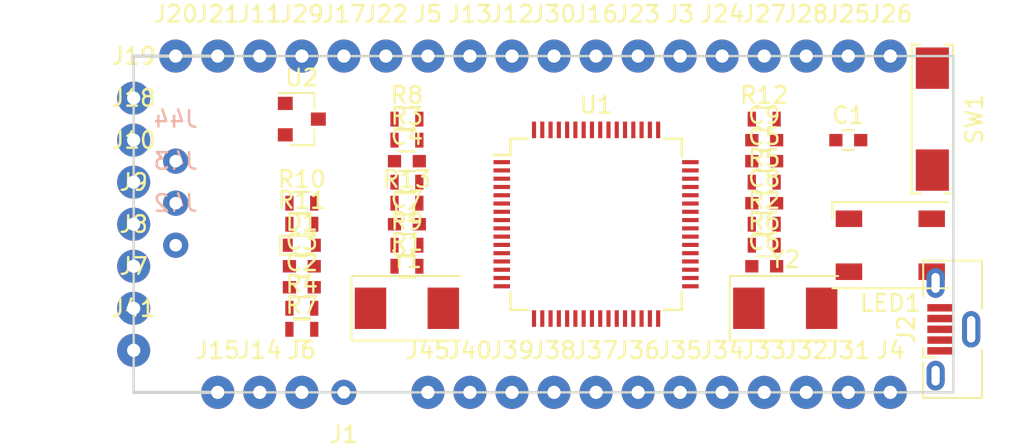
<source format=kicad_pcb>
(kicad_pcb (version 4) (host pcbnew 4.0.6)

  (general
    (links 109)
    (no_connects 109)
    (area 145.949999 73.559999 195.655001 94.080001)
    (thickness 1.6)
    (drawings 16)
    (tracks 0)
    (zones 0)
    (modules 75)
    (nets 69)
  )

  (page A4)
  (layers
    (0 F.Cu signal)
    (31 B.Cu signal)
    (32 B.Adhes user)
    (33 F.Adhes user)
    (34 B.Paste user)
    (35 F.Paste user)
    (36 B.SilkS user)
    (37 F.SilkS user)
    (38 B.Mask user)
    (39 F.Mask user)
    (40 Dwgs.User user)
    (41 Cmts.User user)
    (42 Eco1.User user)
    (43 Eco2.User user)
    (44 Edge.Cuts user)
    (45 Margin user)
    (46 B.CrtYd user)
    (47 F.CrtYd user)
    (48 B.Fab user)
    (49 F.Fab user)
  )

  (setup
    (last_trace_width 0.25)
    (trace_clearance 0.2)
    (zone_clearance 0.508)
    (zone_45_only no)
    (trace_min 0.2)
    (segment_width 0.2)
    (edge_width 0.2)
    (via_size 0.6)
    (via_drill 0.4)
    (via_min_size 0.4)
    (via_min_drill 0.3)
    (uvia_size 0.3)
    (uvia_drill 0.1)
    (uvias_allowed no)
    (uvia_min_size 0.2)
    (uvia_min_drill 0.1)
    (pcb_text_width 0.3)
    (pcb_text_size 1.5 1.5)
    (mod_edge_width 0.15)
    (mod_text_size 1 1)
    (mod_text_width 0.15)
    (pad_size 1.524 1.524)
    (pad_drill 0.762)
    (pad_to_mask_clearance 0.2)
    (aux_axis_origin 0 0)
    (visible_elements 7FFEF7FF)
    (pcbplotparams
      (layerselection 0x00030_80000001)
      (usegerberextensions false)
      (excludeedgelayer true)
      (linewidth 0.100000)
      (plotframeref false)
      (viasonmask false)
      (mode 1)
      (useauxorigin false)
      (hpglpennumber 1)
      (hpglpenspeed 20)
      (hpglpendiameter 15)
      (hpglpenoverlay 2)
      (psnegative false)
      (psa4output false)
      (plotreference true)
      (plotvalue true)
      (plotinvisibletext false)
      (padsonsilk false)
      (subtractmaskfromsilk false)
      (outputformat 1)
      (mirror false)
      (drillshape 1)
      (scaleselection 1)
      (outputdirectory ""))
  )

  (net 0 "")
  (net 1 "Net-(C1-Pad1)")
  (net 2 gnd)
  (net 3 "Net-(C2-Pad1)")
  (net 4 "Net-(C3-Pad2)")
  (net 5 "Net-(C4-Pad1)")
  (net 6 "Net-(C5-Pad1)")
  (net 7 "Net-(C6-Pad1)")
  (net 8 A3v3)
  (net 9 vbus)
  (net 10 3.3v)
  (net 11 "Net-(D1-Pad2)")
  (net 12 "Net-(J2-Pad3)")
  (net 13 "Net-(J2-Pad4)")
  (net 14 "Net-(J2-Pad2)")
  (net 15 "Net-(J2-Pad1)")
  (net 16 PB1)
  (net 17 PD2_sd)
  (net 18 PC8_sd)
  (net 19 PC9_sd)
  (net 20 PC10_sd)
  (net 21 PB8)
  (net 22 PB9)
  (net 23 PB12)
  (net 24 boot0)
  (net 25 boot1)
  (net 26 PC0)
  (net 27 PC13)
  (net 28 PC12_sd)
  (net 29 PC11_sd)
  (net 30 PC1)
  (net 31 PC2)
  (net 32 PC3)
  (net 33 SCL1)
  (net 34 SDA1)
  (net 35 SCL2)
  (net 36 SDA2)
  (net 37 PC4)
  (net 38 PC5)
  (net 39 PC6)
  (net 40 PC7)
  (net 41 PA0)
  (net 42 PA1)
  (net 43 PA2)
  (net 44 PA3)
  (net 45 PA4)
  (net 46 PA5)
  (net 47 PA6)
  (net 48 PA7)
  (net 49 PA8_sd)
  (net 50 PB13)
  (net 51 PB14)
  (net 52 PB15)
  (net 53 PB0)
  (net 54 PB4)
  (net 55 neo_out)
  (net 56 "Net-(LED1-Pad1)")
  (net 57 D+)
  (net 58 D-)
  (net 59 "Net-(R8-Pad1)")
  (net 60 "Net-(R8-Pad2)")
  (net 61 vbat)
  (net 62 "Net-(U1-Pad26)")
  (net 63 "Net-(U1-Pad27)")
  (net 64 ID)
  (net 65 PA13)
  (net 66 PA14)
  (net 67 PA15)
  (net 68 PB5)

  (net_class Default "This is the default net class."
    (clearance 0.2)
    (trace_width 0.25)
    (via_dia 0.6)
    (via_drill 0.4)
    (uvia_dia 0.3)
    (uvia_drill 0.1)
    (add_net 3.3v)
    (add_net A3v3)
    (add_net D+)
    (add_net D-)
    (add_net ID)
    (add_net "Net-(C1-Pad1)")
    (add_net "Net-(C2-Pad1)")
    (add_net "Net-(C3-Pad2)")
    (add_net "Net-(C4-Pad1)")
    (add_net "Net-(C5-Pad1)")
    (add_net "Net-(C6-Pad1)")
    (add_net "Net-(D1-Pad2)")
    (add_net "Net-(J2-Pad1)")
    (add_net "Net-(J2-Pad2)")
    (add_net "Net-(J2-Pad3)")
    (add_net "Net-(J2-Pad4)")
    (add_net "Net-(LED1-Pad1)")
    (add_net "Net-(R8-Pad1)")
    (add_net "Net-(R8-Pad2)")
    (add_net "Net-(U1-Pad26)")
    (add_net "Net-(U1-Pad27)")
    (add_net PA0)
    (add_net PA1)
    (add_net PA13)
    (add_net PA14)
    (add_net PA15)
    (add_net PA2)
    (add_net PA3)
    (add_net PA4)
    (add_net PA5)
    (add_net PA6)
    (add_net PA7)
    (add_net PA8_sd)
    (add_net PB0)
    (add_net PB1)
    (add_net PB12)
    (add_net PB13)
    (add_net PB14)
    (add_net PB15)
    (add_net PB4)
    (add_net PB5)
    (add_net PB8)
    (add_net PB9)
    (add_net PC0)
    (add_net PC1)
    (add_net PC10_sd)
    (add_net PC11_sd)
    (add_net PC12_sd)
    (add_net PC13)
    (add_net PC2)
    (add_net PC3)
    (add_net PC4)
    (add_net PC5)
    (add_net PC6)
    (add_net PC7)
    (add_net PC8_sd)
    (add_net PC9_sd)
    (add_net PD2_sd)
    (add_net SCL1)
    (add_net SCL2)
    (add_net SDA1)
    (add_net SDA2)
    (add_net boot0)
    (add_net boot1)
    (add_net gnd)
    (add_net neo_out)
    (add_net vbat)
    (add_net vbus)
  )

  (module Capacitors_SMD:C_0603 placed (layer F.Cu) (tedit 58AA844E) (tstamp 5967CF85)
    (at 189.23 78.74)
    (descr "Capacitor SMD 0603, reflow soldering, AVX (see smccp.pdf)")
    (tags "capacitor 0603")
    (path /5955D578)
    (attr smd)
    (fp_text reference C1 (at 0 -1.5) (layer F.SilkS)
      (effects (font (size 1 1) (thickness 0.15)))
    )
    (fp_text value 2p2 (at 0 1.5) (layer F.Fab)
      (effects (font (size 1 1) (thickness 0.15)))
    )
    (fp_text user %R (at 0 -1.5) (layer F.Fab)
      (effects (font (size 1 1) (thickness 0.15)))
    )
    (fp_line (start -0.8 0.4) (end -0.8 -0.4) (layer F.Fab) (width 0.1))
    (fp_line (start 0.8 0.4) (end -0.8 0.4) (layer F.Fab) (width 0.1))
    (fp_line (start 0.8 -0.4) (end 0.8 0.4) (layer F.Fab) (width 0.1))
    (fp_line (start -0.8 -0.4) (end 0.8 -0.4) (layer F.Fab) (width 0.1))
    (fp_line (start -0.35 -0.6) (end 0.35 -0.6) (layer F.SilkS) (width 0.12))
    (fp_line (start 0.35 0.6) (end -0.35 0.6) (layer F.SilkS) (width 0.12))
    (fp_line (start -1.4 -0.65) (end 1.4 -0.65) (layer F.CrtYd) (width 0.05))
    (fp_line (start -1.4 -0.65) (end -1.4 0.65) (layer F.CrtYd) (width 0.05))
    (fp_line (start 1.4 0.65) (end 1.4 -0.65) (layer F.CrtYd) (width 0.05))
    (fp_line (start 1.4 0.65) (end -1.4 0.65) (layer F.CrtYd) (width 0.05))
    (pad 1 smd rect (at -0.75 0) (size 0.8 0.75) (layers F.Cu F.Paste F.Mask)
      (net 1 "Net-(C1-Pad1)"))
    (pad 2 smd rect (at 0.75 0) (size 0.8 0.75) (layers F.Cu F.Paste F.Mask)
      (net 2 gnd))
    (model Capacitors_SMD.3dshapes/C_0603.wrl
      (at (xyz 0 0 0))
      (scale (xyz 1 1 1))
      (rotate (xyz 0 0 0))
    )
  )

  (module Capacitors_SMD:C_0603 placed (layer F.Cu) (tedit 58AA844E) (tstamp 5967CF96)
    (at 156.21 87.63)
    (descr "Capacitor SMD 0603, reflow soldering, AVX (see smccp.pdf)")
    (tags "capacitor 0603")
    (path /5955D5E1)
    (attr smd)
    (fp_text reference C2 (at 0 -1.5) (layer F.SilkS)
      (effects (font (size 1 1) (thickness 0.15)))
    )
    (fp_text value 2p2 (at 0 1.5) (layer F.Fab)
      (effects (font (size 1 1) (thickness 0.15)))
    )
    (fp_text user %R (at 0 -1.5) (layer F.Fab)
      (effects (font (size 1 1) (thickness 0.15)))
    )
    (fp_line (start -0.8 0.4) (end -0.8 -0.4) (layer F.Fab) (width 0.1))
    (fp_line (start 0.8 0.4) (end -0.8 0.4) (layer F.Fab) (width 0.1))
    (fp_line (start 0.8 -0.4) (end 0.8 0.4) (layer F.Fab) (width 0.1))
    (fp_line (start -0.8 -0.4) (end 0.8 -0.4) (layer F.Fab) (width 0.1))
    (fp_line (start -0.35 -0.6) (end 0.35 -0.6) (layer F.SilkS) (width 0.12))
    (fp_line (start 0.35 0.6) (end -0.35 0.6) (layer F.SilkS) (width 0.12))
    (fp_line (start -1.4 -0.65) (end 1.4 -0.65) (layer F.CrtYd) (width 0.05))
    (fp_line (start -1.4 -0.65) (end -1.4 0.65) (layer F.CrtYd) (width 0.05))
    (fp_line (start 1.4 0.65) (end 1.4 -0.65) (layer F.CrtYd) (width 0.05))
    (fp_line (start 1.4 0.65) (end -1.4 0.65) (layer F.CrtYd) (width 0.05))
    (pad 1 smd rect (at -0.75 0) (size 0.8 0.75) (layers F.Cu F.Paste F.Mask)
      (net 3 "Net-(C2-Pad1)"))
    (pad 2 smd rect (at 0.75 0) (size 0.8 0.75) (layers F.Cu F.Paste F.Mask)
      (net 2 gnd))
    (model Capacitors_SMD.3dshapes/C_0603.wrl
      (at (xyz 0 0 0))
      (scale (xyz 1 1 1))
      (rotate (xyz 0 0 0))
    )
  )

  (module Capacitors_SMD:C_0603 placed (layer F.Cu) (tedit 58AA844E) (tstamp 5967CFA7)
    (at 156.21 86.36)
    (descr "Capacitor SMD 0603, reflow soldering, AVX (see smccp.pdf)")
    (tags "capacitor 0603")
    (path /5954F52E)
    (attr smd)
    (fp_text reference C3 (at 0 -1.5) (layer F.SilkS)
      (effects (font (size 1 1) (thickness 0.15)))
    )
    (fp_text value 18p (at 0 1.5) (layer F.Fab)
      (effects (font (size 1 1) (thickness 0.15)))
    )
    (fp_text user %R (at 0 -1.5) (layer F.Fab)
      (effects (font (size 1 1) (thickness 0.15)))
    )
    (fp_line (start -0.8 0.4) (end -0.8 -0.4) (layer F.Fab) (width 0.1))
    (fp_line (start 0.8 0.4) (end -0.8 0.4) (layer F.Fab) (width 0.1))
    (fp_line (start 0.8 -0.4) (end 0.8 0.4) (layer F.Fab) (width 0.1))
    (fp_line (start -0.8 -0.4) (end 0.8 -0.4) (layer F.Fab) (width 0.1))
    (fp_line (start -0.35 -0.6) (end 0.35 -0.6) (layer F.SilkS) (width 0.12))
    (fp_line (start 0.35 0.6) (end -0.35 0.6) (layer F.SilkS) (width 0.12))
    (fp_line (start -1.4 -0.65) (end 1.4 -0.65) (layer F.CrtYd) (width 0.05))
    (fp_line (start -1.4 -0.65) (end -1.4 0.65) (layer F.CrtYd) (width 0.05))
    (fp_line (start 1.4 0.65) (end 1.4 -0.65) (layer F.CrtYd) (width 0.05))
    (fp_line (start 1.4 0.65) (end -1.4 0.65) (layer F.CrtYd) (width 0.05))
    (pad 1 smd rect (at -0.75 0) (size 0.8 0.75) (layers F.Cu F.Paste F.Mask)
      (net 2 gnd))
    (pad 2 smd rect (at 0.75 0) (size 0.8 0.75) (layers F.Cu F.Paste F.Mask)
      (net 4 "Net-(C3-Pad2)"))
    (model Capacitors_SMD.3dshapes/C_0603.wrl
      (at (xyz 0 0 0))
      (scale (xyz 1 1 1))
      (rotate (xyz 0 0 0))
    )
  )

  (module Capacitors_SMD:C_0603 placed (layer F.Cu) (tedit 58AA844E) (tstamp 5967CFB8)
    (at 162.56 80.01)
    (descr "Capacitor SMD 0603, reflow soldering, AVX (see smccp.pdf)")
    (tags "capacitor 0603")
    (path /5954F57D)
    (attr smd)
    (fp_text reference C4 (at 0 -1.5) (layer F.SilkS)
      (effects (font (size 1 1) (thickness 0.15)))
    )
    (fp_text value 18p (at 0 1.5) (layer F.Fab)
      (effects (font (size 1 1) (thickness 0.15)))
    )
    (fp_text user %R (at 0 -1.5) (layer F.Fab)
      (effects (font (size 1 1) (thickness 0.15)))
    )
    (fp_line (start -0.8 0.4) (end -0.8 -0.4) (layer F.Fab) (width 0.1))
    (fp_line (start 0.8 0.4) (end -0.8 0.4) (layer F.Fab) (width 0.1))
    (fp_line (start 0.8 -0.4) (end 0.8 0.4) (layer F.Fab) (width 0.1))
    (fp_line (start -0.8 -0.4) (end 0.8 -0.4) (layer F.Fab) (width 0.1))
    (fp_line (start -0.35 -0.6) (end 0.35 -0.6) (layer F.SilkS) (width 0.12))
    (fp_line (start 0.35 0.6) (end -0.35 0.6) (layer F.SilkS) (width 0.12))
    (fp_line (start -1.4 -0.65) (end 1.4 -0.65) (layer F.CrtYd) (width 0.05))
    (fp_line (start -1.4 -0.65) (end -1.4 0.65) (layer F.CrtYd) (width 0.05))
    (fp_line (start 1.4 0.65) (end 1.4 -0.65) (layer F.CrtYd) (width 0.05))
    (fp_line (start 1.4 0.65) (end -1.4 0.65) (layer F.CrtYd) (width 0.05))
    (pad 1 smd rect (at -0.75 0) (size 0.8 0.75) (layers F.Cu F.Paste F.Mask)
      (net 5 "Net-(C4-Pad1)"))
    (pad 2 smd rect (at 0.75 0) (size 0.8 0.75) (layers F.Cu F.Paste F.Mask)
      (net 2 gnd))
    (model Capacitors_SMD.3dshapes/C_0603.wrl
      (at (xyz 0 0 0))
      (scale (xyz 1 1 1))
      (rotate (xyz 0 0 0))
    )
  )

  (module Capacitors_SMD:C_0603 placed (layer F.Cu) (tedit 58AA844E) (tstamp 5967CFC9)
    (at 184.15 80.01)
    (descr "Capacitor SMD 0603, reflow soldering, AVX (see smccp.pdf)")
    (tags "capacitor 0603")
    (path /5954F320)
    (attr smd)
    (fp_text reference C5 (at 0 -1.5) (layer F.SilkS)
      (effects (font (size 1 1) (thickness 0.15)))
    )
    (fp_text value 2u2 (at 0 1.5) (layer F.Fab)
      (effects (font (size 1 1) (thickness 0.15)))
    )
    (fp_text user %R (at 0 -1.5) (layer F.Fab)
      (effects (font (size 1 1) (thickness 0.15)))
    )
    (fp_line (start -0.8 0.4) (end -0.8 -0.4) (layer F.Fab) (width 0.1))
    (fp_line (start 0.8 0.4) (end -0.8 0.4) (layer F.Fab) (width 0.1))
    (fp_line (start 0.8 -0.4) (end 0.8 0.4) (layer F.Fab) (width 0.1))
    (fp_line (start -0.8 -0.4) (end 0.8 -0.4) (layer F.Fab) (width 0.1))
    (fp_line (start -0.35 -0.6) (end 0.35 -0.6) (layer F.SilkS) (width 0.12))
    (fp_line (start 0.35 0.6) (end -0.35 0.6) (layer F.SilkS) (width 0.12))
    (fp_line (start -1.4 -0.65) (end 1.4 -0.65) (layer F.CrtYd) (width 0.05))
    (fp_line (start -1.4 -0.65) (end -1.4 0.65) (layer F.CrtYd) (width 0.05))
    (fp_line (start 1.4 0.65) (end 1.4 -0.65) (layer F.CrtYd) (width 0.05))
    (fp_line (start 1.4 0.65) (end -1.4 0.65) (layer F.CrtYd) (width 0.05))
    (pad 1 smd rect (at -0.75 0) (size 0.8 0.75) (layers F.Cu F.Paste F.Mask)
      (net 6 "Net-(C5-Pad1)"))
    (pad 2 smd rect (at 0.75 0) (size 0.8 0.75) (layers F.Cu F.Paste F.Mask)
      (net 2 gnd))
    (model Capacitors_SMD.3dshapes/C_0603.wrl
      (at (xyz 0 0 0))
      (scale (xyz 1 1 1))
      (rotate (xyz 0 0 0))
    )
  )

  (module Capacitors_SMD:C_0603 placed (layer F.Cu) (tedit 58AA844E) (tstamp 5967CFDA)
    (at 184.15 86.36)
    (descr "Capacitor SMD 0603, reflow soldering, AVX (see smccp.pdf)")
    (tags "capacitor 0603")
    (path /5954F349)
    (attr smd)
    (fp_text reference C6 (at 0 -1.5) (layer F.SilkS)
      (effects (font (size 1 1) (thickness 0.15)))
    )
    (fp_text value 2u2 (at 0 1.5) (layer F.Fab)
      (effects (font (size 1 1) (thickness 0.15)))
    )
    (fp_text user %R (at 0 -1.5) (layer F.Fab)
      (effects (font (size 1 1) (thickness 0.15)))
    )
    (fp_line (start -0.8 0.4) (end -0.8 -0.4) (layer F.Fab) (width 0.1))
    (fp_line (start 0.8 0.4) (end -0.8 0.4) (layer F.Fab) (width 0.1))
    (fp_line (start 0.8 -0.4) (end 0.8 0.4) (layer F.Fab) (width 0.1))
    (fp_line (start -0.8 -0.4) (end 0.8 -0.4) (layer F.Fab) (width 0.1))
    (fp_line (start -0.35 -0.6) (end 0.35 -0.6) (layer F.SilkS) (width 0.12))
    (fp_line (start 0.35 0.6) (end -0.35 0.6) (layer F.SilkS) (width 0.12))
    (fp_line (start -1.4 -0.65) (end 1.4 -0.65) (layer F.CrtYd) (width 0.05))
    (fp_line (start -1.4 -0.65) (end -1.4 0.65) (layer F.CrtYd) (width 0.05))
    (fp_line (start 1.4 0.65) (end 1.4 -0.65) (layer F.CrtYd) (width 0.05))
    (fp_line (start 1.4 0.65) (end -1.4 0.65) (layer F.CrtYd) (width 0.05))
    (pad 1 smd rect (at -0.75 0) (size 0.8 0.75) (layers F.Cu F.Paste F.Mask)
      (net 7 "Net-(C6-Pad1)"))
    (pad 2 smd rect (at 0.75 0) (size 0.8 0.75) (layers F.Cu F.Paste F.Mask)
      (net 2 gnd))
    (model Capacitors_SMD.3dshapes/C_0603.wrl
      (at (xyz 0 0 0))
      (scale (xyz 1 1 1))
      (rotate (xyz 0 0 0))
    )
  )

  (module Capacitors_SMD:C_0603 placed (layer F.Cu) (tedit 58AA844E) (tstamp 5967CFEB)
    (at 162.56 83.82)
    (descr "Capacitor SMD 0603, reflow soldering, AVX (see smccp.pdf)")
    (tags "capacitor 0603")
    (path /595501E5)
    (attr smd)
    (fp_text reference C7 (at 0 -1.5) (layer F.SilkS)
      (effects (font (size 1 1) (thickness 0.15)))
    )
    (fp_text value 4u7 (at 0 1.5) (layer F.Fab)
      (effects (font (size 1 1) (thickness 0.15)))
    )
    (fp_text user %R (at 0 -1.5) (layer F.Fab)
      (effects (font (size 1 1) (thickness 0.15)))
    )
    (fp_line (start -0.8 0.4) (end -0.8 -0.4) (layer F.Fab) (width 0.1))
    (fp_line (start 0.8 0.4) (end -0.8 0.4) (layer F.Fab) (width 0.1))
    (fp_line (start 0.8 -0.4) (end 0.8 0.4) (layer F.Fab) (width 0.1))
    (fp_line (start -0.8 -0.4) (end 0.8 -0.4) (layer F.Fab) (width 0.1))
    (fp_line (start -0.35 -0.6) (end 0.35 -0.6) (layer F.SilkS) (width 0.12))
    (fp_line (start 0.35 0.6) (end -0.35 0.6) (layer F.SilkS) (width 0.12))
    (fp_line (start -1.4 -0.65) (end 1.4 -0.65) (layer F.CrtYd) (width 0.05))
    (fp_line (start -1.4 -0.65) (end -1.4 0.65) (layer F.CrtYd) (width 0.05))
    (fp_line (start 1.4 0.65) (end 1.4 -0.65) (layer F.CrtYd) (width 0.05))
    (fp_line (start 1.4 0.65) (end -1.4 0.65) (layer F.CrtYd) (width 0.05))
    (pad 1 smd rect (at -0.75 0) (size 0.8 0.75) (layers F.Cu F.Paste F.Mask)
      (net 2 gnd))
    (pad 2 smd rect (at 0.75 0) (size 0.8 0.75) (layers F.Cu F.Paste F.Mask)
      (net 8 A3v3))
    (model Capacitors_SMD.3dshapes/C_0603.wrl
      (at (xyz 0 0 0))
      (scale (xyz 1 1 1))
      (rotate (xyz 0 0 0))
    )
  )

  (module Capacitors_SMD:C_0603 placed (layer F.Cu) (tedit 58AA844E) (tstamp 5967CFFC)
    (at 184.15 82.55)
    (descr "Capacitor SMD 0603, reflow soldering, AVX (see smccp.pdf)")
    (tags "capacitor 0603")
    (path /59550164)
    (attr smd)
    (fp_text reference C8 (at 0 -1.5) (layer F.SilkS)
      (effects (font (size 1 1) (thickness 0.15)))
    )
    (fp_text value 100n (at 0 1.5) (layer F.Fab)
      (effects (font (size 1 1) (thickness 0.15)))
    )
    (fp_text user %R (at 0 -1.5) (layer F.Fab)
      (effects (font (size 1 1) (thickness 0.15)))
    )
    (fp_line (start -0.8 0.4) (end -0.8 -0.4) (layer F.Fab) (width 0.1))
    (fp_line (start 0.8 0.4) (end -0.8 0.4) (layer F.Fab) (width 0.1))
    (fp_line (start 0.8 -0.4) (end 0.8 0.4) (layer F.Fab) (width 0.1))
    (fp_line (start -0.8 -0.4) (end 0.8 -0.4) (layer F.Fab) (width 0.1))
    (fp_line (start -0.35 -0.6) (end 0.35 -0.6) (layer F.SilkS) (width 0.12))
    (fp_line (start 0.35 0.6) (end -0.35 0.6) (layer F.SilkS) (width 0.12))
    (fp_line (start -1.4 -0.65) (end 1.4 -0.65) (layer F.CrtYd) (width 0.05))
    (fp_line (start -1.4 -0.65) (end -1.4 0.65) (layer F.CrtYd) (width 0.05))
    (fp_line (start 1.4 0.65) (end 1.4 -0.65) (layer F.CrtYd) (width 0.05))
    (fp_line (start 1.4 0.65) (end -1.4 0.65) (layer F.CrtYd) (width 0.05))
    (pad 1 smd rect (at -0.75 0) (size 0.8 0.75) (layers F.Cu F.Paste F.Mask)
      (net 2 gnd))
    (pad 2 smd rect (at 0.75 0) (size 0.8 0.75) (layers F.Cu F.Paste F.Mask)
      (net 8 A3v3))
    (model Capacitors_SMD.3dshapes/C_0603.wrl
      (at (xyz 0 0 0))
      (scale (xyz 1 1 1))
      (rotate (xyz 0 0 0))
    )
  )

  (module Capacitors_SMD:C_0603 placed (layer F.Cu) (tedit 58AA844E) (tstamp 5967D00D)
    (at 184.15 78.74)
    (descr "Capacitor SMD 0603, reflow soldering, AVX (see smccp.pdf)")
    (tags "capacitor 0603")
    (path /596980D3)
    (attr smd)
    (fp_text reference C9 (at 0 -1.5) (layer F.SilkS)
      (effects (font (size 1 1) (thickness 0.15)))
    )
    (fp_text value C (at 0 1.5) (layer F.Fab)
      (effects (font (size 1 1) (thickness 0.15)))
    )
    (fp_text user %R (at 0 -1.5) (layer F.Fab)
      (effects (font (size 1 1) (thickness 0.15)))
    )
    (fp_line (start -0.8 0.4) (end -0.8 -0.4) (layer F.Fab) (width 0.1))
    (fp_line (start 0.8 0.4) (end -0.8 0.4) (layer F.Fab) (width 0.1))
    (fp_line (start 0.8 -0.4) (end 0.8 0.4) (layer F.Fab) (width 0.1))
    (fp_line (start -0.8 -0.4) (end 0.8 -0.4) (layer F.Fab) (width 0.1))
    (fp_line (start -0.35 -0.6) (end 0.35 -0.6) (layer F.SilkS) (width 0.12))
    (fp_line (start 0.35 0.6) (end -0.35 0.6) (layer F.SilkS) (width 0.12))
    (fp_line (start -1.4 -0.65) (end 1.4 -0.65) (layer F.CrtYd) (width 0.05))
    (fp_line (start -1.4 -0.65) (end -1.4 0.65) (layer F.CrtYd) (width 0.05))
    (fp_line (start 1.4 0.65) (end 1.4 -0.65) (layer F.CrtYd) (width 0.05))
    (fp_line (start 1.4 0.65) (end -1.4 0.65) (layer F.CrtYd) (width 0.05))
    (pad 1 smd rect (at -0.75 0) (size 0.8 0.75) (layers F.Cu F.Paste F.Mask)
      (net 2 gnd))
    (pad 2 smd rect (at 0.75 0) (size 0.8 0.75) (layers F.Cu F.Paste F.Mask)
      (net 9 vbus))
    (model Capacitors_SMD.3dshapes/C_0603.wrl
      (at (xyz 0 0 0))
      (scale (xyz 1 1 1))
      (rotate (xyz 0 0 0))
    )
  )

  (module Diodes_SMD:D_0603 placed (layer F.Cu) (tedit 590CE922) (tstamp 5967D025)
    (at 156.21 85.09)
    (descr "Diode SMD in 0603 package http://datasheets.avx.com/schottky.pdf")
    (tags "smd diode")
    (path /5969C8D7)
    (attr smd)
    (fp_text reference D1 (at 0 -1.4) (layer F.SilkS)
      (effects (font (size 1 1) (thickness 0.15)))
    )
    (fp_text value DIODE (at 0 1.4) (layer F.Fab)
      (effects (font (size 1 1) (thickness 0.15)))
    )
    (fp_text user %R (at 0 -1.4) (layer F.Fab)
      (effects (font (size 1 1) (thickness 0.15)))
    )
    (fp_line (start -1.3 -0.57) (end -1.3 0.57) (layer F.SilkS) (width 0.12))
    (fp_line (start 1.4 0.67) (end 1.4 -0.67) (layer F.CrtYd) (width 0.05))
    (fp_line (start -1.4 0.67) (end 1.4 0.67) (layer F.CrtYd) (width 0.05))
    (fp_line (start -1.4 -0.67) (end -1.4 0.67) (layer F.CrtYd) (width 0.05))
    (fp_line (start 1.4 -0.67) (end -1.4 -0.67) (layer F.CrtYd) (width 0.05))
    (fp_line (start 0.2 0) (end 0.4 0) (layer F.Fab) (width 0.1))
    (fp_line (start -0.1 0) (end -0.3 0) (layer F.Fab) (width 0.1))
    (fp_line (start -0.1 -0.2) (end -0.1 0.2) (layer F.Fab) (width 0.1))
    (fp_line (start 0.2 0.2) (end 0.2 -0.2) (layer F.Fab) (width 0.1))
    (fp_line (start -0.1 0) (end 0.2 0.2) (layer F.Fab) (width 0.1))
    (fp_line (start 0.2 -0.2) (end -0.1 0) (layer F.Fab) (width 0.1))
    (fp_line (start -0.8 0.45) (end -0.8 -0.45) (layer F.Fab) (width 0.1))
    (fp_line (start 0.8 0.45) (end -0.8 0.45) (layer F.Fab) (width 0.1))
    (fp_line (start 0.8 -0.45) (end 0.8 0.45) (layer F.Fab) (width 0.1))
    (fp_line (start -0.8 -0.45) (end 0.8 -0.45) (layer F.Fab) (width 0.1))
    (fp_line (start -1.3 0.57) (end 0.8 0.57) (layer F.SilkS) (width 0.12))
    (fp_line (start -1.3 -0.57) (end 0.8 -0.57) (layer F.SilkS) (width 0.12))
    (pad 1 smd rect (at -0.85 0) (size 0.6 0.8) (layers F.Cu F.Paste F.Mask)
      (net 10 3.3v))
    (pad 2 smd rect (at 0.85 0) (size 0.6 0.8) (layers F.Cu F.Paste F.Mask)
      (net 11 "Net-(D1-Pad2)"))
    (model ${KISYS3DMOD}/Diodes_SMD.3dshapes/D_0603.wrl
      (at (xyz 0 0 0))
      (scale (xyz 1 1 1))
      (rotate (xyz 0 0 0))
    )
  )

  (module testpoint:testpoint placed (layer F.Cu) (tedit 5967BC5B) (tstamp 5967D02A)
    (at 158.75 93.98)
    (tags testpoint)
    (path /596E07AA)
    (fp_text reference J1 (at 0 2.54) (layer F.SilkS)
      (effects (font (size 1 1) (thickness 0.15)))
    )
    (fp_text value a3v3 (at 0 -1.905) (layer F.Fab)
      (effects (font (size 1 1) (thickness 0.15)))
    )
    (pad 1 thru_hole circle (at 0 0) (size 1.524 1.524) (drill 0.762) (layers *.Cu *.Mask)
      (net 8 A3v3))
  )

  (module Connectors_USB:USB_Micro-B_Vertical_Molex-105133-0001 placed (layer F.Cu) (tedit 59402B8E) (tstamp 5967D04C)
    (at 195.58 90.17 90)
    (descr "Molex Vertical Micro USB Typ-B (http://www.molex.com/pdm_docs/sd/1051330001_sd.pdf)")
    (tags "Micro-USB SMD Typ-B Vertical")
    (path /59554474)
    (attr smd)
    (fp_text reference J2 (at 0 -2.85 90) (layer F.SilkS)
      (effects (font (size 1 1) (thickness 0.15)))
    )
    (fp_text value USB_OTG (at -0.025 3 90) (layer F.Fab)
      (effects (font (size 1 1) (thickness 0.15)))
    )
    (fp_text user %R (at 0 -0.375 90) (layer F.Fab)
      (effects (font (size 1 1) (thickness 0.15)))
    )
    (fp_line (start -4 1.565) (end -4 -1.435) (layer F.Fab) (width 0.1))
    (fp_line (start 4 1.565) (end 4 -1.435) (layer F.Fab) (width 0.1))
    (fp_line (start -4 1.565) (end 4 1.565) (layer F.Fab) (width 0.1))
    (fp_line (start 4 -1.435) (end -4 -1.435) (layer F.Fab) (width 0.1))
    (fp_line (start -1.7 -1.075) (end -1.7 -1.825) (layer F.SilkS) (width 0.12))
    (fp_line (start -1.7 -1.825) (end -1.1 -1.825) (layer F.SilkS) (width 0.12))
    (fp_line (start -2 -1.825) (end -4.15 -1.825) (layer F.SilkS) (width 0.12))
    (fp_line (start 4.15 -1.825) (end 4.15 1.725) (layer F.SilkS) (width 0.12))
    (fp_line (start -4.15 1.725) (end -1.25 1.725) (layer F.SilkS) (width 0.12))
    (fp_line (start -4.15 -1.825) (end -4.15 1.725) (layer F.SilkS) (width 0.12))
    (fp_line (start 4.15 1.725) (end 1.25 1.725) (layer F.SilkS) (width 0.12))
    (fp_line (start 2 -1.825) (end 4.15 -1.825) (layer F.SilkS) (width 0.12))
    (fp_line (start -1.3 -1.675) (end -1.525 -1.85) (layer F.Fab) (width 0.1))
    (fp_line (start -1.525 -2.075) (end -1.075 -2.075) (layer F.Fab) (width 0.1))
    (fp_line (start -1.3 -1.675) (end -1.075 -1.85) (layer F.Fab) (width 0.1))
    (fp_line (start -1.525 -1.85) (end -1.525 -2.075) (layer F.Fab) (width 0.1))
    (fp_line (start -1.075 -2.075) (end -1.075 -1.85) (layer F.Fab) (width 0.1))
    (fp_line (start -4.5 2.13) (end -4.5 -2.13) (layer F.CrtYd) (width 0.05))
    (fp_line (start -4.5 -2.13) (end 4.5 -2.13) (layer F.CrtYd) (width 0.05))
    (fp_line (start -4.5 2.13) (end 4.5 2.13) (layer F.CrtYd) (width 0.05))
    (fp_line (start 4.5 2.13) (end 4.5 -2.13) (layer F.CrtYd) (width 0.05))
    (pad 3 smd rect (at 0 -0.825 90) (size 0.45 1.5) (layers F.Cu F.Paste F.Mask)
      (net 12 "Net-(J2-Pad3)"))
    (pad 4 smd rect (at 0.65 -0.825 90) (size 0.45 1.5) (layers F.Cu F.Paste F.Mask)
      (net 13 "Net-(J2-Pad4)"))
    (pad 2 smd rect (at -0.65 -0.825 90) (size 0.45 1.5) (layers F.Cu F.Paste F.Mask)
      (net 14 "Net-(J2-Pad2)"))
    (pad 5 smd rect (at 1.3 -0.825 90) (size 0.45 1.5) (layers F.Cu F.Paste F.Mask)
      (net 2 gnd))
    (pad 1 smd rect (at -1.3 -0.825 90) (size 0.45 1.5) (layers F.Cu F.Paste F.Mask)
      (net 15 "Net-(J2-Pad1)"))
    (pad 6 thru_hole oval (at -2.8 -1.075 90) (size 1.8 1.1) (drill oval 1.2 0.5) (layers *.Cu *.Mask)
      (net 2 gnd))
    (pad 6 thru_hole oval (at 2.8 -1.075 90) (size 1.8 1.1) (drill oval 1.2 0.5) (layers *.Cu *.Mask)
      (net 2 gnd))
    (pad 6 thru_hole oval (at 0 1.075 90) (size 2.2 1.1) (drill oval 1.6 0.5) (layers *.Cu *.Mask)
      (net 2 gnd))
    (model ${KISYS3DMOD}/Connectors_USB.3dshapes/USB_Micro-B_Vertical_Molex-105133-0001.step
      (at (xyz 0 0 0))
      (scale (xyz 1 1 1))
      (rotate (xyz 0 0 0))
    )
  )

  (module Wire_Pads:SolderWirePad_single_0-8mmDrill placed (layer F.Cu) (tedit 0) (tstamp 5967D051)
    (at 179.07 73.66)
    (path /596CF59D)
    (fp_text reference J3 (at 0 -2.54) (layer F.SilkS)
      (effects (font (size 1 1) (thickness 0.15)))
    )
    (fp_text value CONN_01X01_FEMALE (at 0 2.54) (layer F.Fab)
      (effects (font (size 1 1) (thickness 0.15)))
    )
    (pad 1 thru_hole circle (at 0 0) (size 1.99898 1.99898) (drill 0.8001) (layers *.Cu *.Mask)
      (net 16 PB1))
  )

  (module Wire_Pads:SolderWirePad_single_0-8mmDrill placed (layer F.Cu) (tedit 0) (tstamp 5967D056)
    (at 191.77 93.98)
    (path /596D2624)
    (fp_text reference J4 (at 0 -2.54) (layer F.SilkS)
      (effects (font (size 1 1) (thickness 0.15)))
    )
    (fp_text value GND (at 0 2.54) (layer F.Fab)
      (effects (font (size 1 1) (thickness 0.15)))
    )
    (pad 1 thru_hole circle (at 0 0) (size 1.99898 1.99898) (drill 0.8001) (layers *.Cu *.Mask)
      (net 2 gnd))
  )

  (module Wire_Pads:SolderWirePad_single_0-8mmDrill placed (layer F.Cu) (tedit 0) (tstamp 5967D05B)
    (at 163.83 73.66)
    (path /5956FAFD)
    (fp_text reference J5 (at 0 -2.54) (layer F.SilkS)
      (effects (font (size 1 1) (thickness 0.15)))
    )
    (fp_text value CONN_01X01_FEMALE (at 0 2.54) (layer F.Fab)
      (effects (font (size 1 1) (thickness 0.15)))
    )
    (pad 1 thru_hole circle (at 0 0) (size 1.99898 1.99898) (drill 0.8001) (layers *.Cu *.Mask)
      (net 61 vbat))
  )

  (module Wire_Pads:SolderWirePad_single_0-8mmDrill placed (layer F.Cu) (tedit 0) (tstamp 5967D060)
    (at 156.21 93.98)
    (path /5956FB74)
    (fp_text reference J6 (at 0 -2.54) (layer F.SilkS)
      (effects (font (size 1 1) (thickness 0.15)))
    )
    (fp_text value CONN_01X01_FEMALE (at 0 2.54) (layer F.Fab)
      (effects (font (size 1 1) (thickness 0.15)))
    )
    (pad 1 thru_hole circle (at 0 0) (size 1.99898 1.99898) (drill 0.8001) (layers *.Cu *.Mask)
      (net 10 3.3v))
  )

  (module Wire_Pads:SolderWirePad_single_0-8mmDrill placed (layer F.Cu) (tedit 0) (tstamp 5967D065)
    (at 146.05 88.9)
    (path /5956FBE1)
    (fp_text reference J7 (at 0 -2.54) (layer F.SilkS)
      (effects (font (size 1 1) (thickness 0.15)))
    )
    (fp_text value CONN_01X01_FEMALE (at 0 2.54) (layer F.Fab)
      (effects (font (size 1 1) (thickness 0.15)))
    )
    (pad 1 thru_hole circle (at 0 0) (size 1.99898 1.99898) (drill 0.8001) (layers *.Cu *.Mask)
      (net 17 PD2_sd))
  )

  (module Wire_Pads:SolderWirePad_single_0-8mmDrill placed (layer F.Cu) (tedit 0) (tstamp 5967D06A)
    (at 146.05 86.36)
    (path /5956FC54)
    (fp_text reference J8 (at 0 -2.54) (layer F.SilkS)
      (effects (font (size 1 1) (thickness 0.15)))
    )
    (fp_text value CONN_01X01_FEMALE (at 0 2.54) (layer F.Fab)
      (effects (font (size 1 1) (thickness 0.15)))
    )
    (pad 1 thru_hole circle (at 0 0) (size 1.99898 1.99898) (drill 0.8001) (layers *.Cu *.Mask)
      (net 18 PC8_sd))
  )

  (module Wire_Pads:SolderWirePad_single_0-8mmDrill placed (layer F.Cu) (tedit 0) (tstamp 5967D06F)
    (at 146.05 83.82)
    (path /5956FCC7)
    (fp_text reference J9 (at 0 -2.54) (layer F.SilkS)
      (effects (font (size 1 1) (thickness 0.15)))
    )
    (fp_text value CONN_01X01_FEMALE (at 0 2.54) (layer F.Fab)
      (effects (font (size 1 1) (thickness 0.15)))
    )
    (pad 1 thru_hole circle (at 0 0) (size 1.99898 1.99898) (drill 0.8001) (layers *.Cu *.Mask)
      (net 19 PC9_sd))
  )

  (module Wire_Pads:SolderWirePad_single_0-8mmDrill placed (layer F.Cu) (tedit 0) (tstamp 5967D074)
    (at 146.05 81.28)
    (path /5956FD3C)
    (fp_text reference J10 (at 0 -2.54) (layer F.SilkS)
      (effects (font (size 1 1) (thickness 0.15)))
    )
    (fp_text value CONN_01X01_FEMALE (at 0 2.54) (layer F.Fab)
      (effects (font (size 1 1) (thickness 0.15)))
    )
    (pad 1 thru_hole circle (at 0 0) (size 1.99898 1.99898) (drill 0.8001) (layers *.Cu *.Mask)
      (net 20 PC10_sd))
  )

  (module Wire_Pads:SolderWirePad_single_0-8mmDrill placed (layer F.Cu) (tedit 0) (tstamp 5967D079)
    (at 153.67 73.66)
    (path /596CD635)
    (fp_text reference J11 (at 0 -2.54) (layer F.SilkS)
      (effects (font (size 1 1) (thickness 0.15)))
    )
    (fp_text value CONN_01X01_FEMALE (at 0 2.54) (layer F.Fab)
      (effects (font (size 1 1) (thickness 0.15)))
    )
    (pad 1 thru_hole circle (at 0 0) (size 1.99898 1.99898) (drill 0.8001) (layers *.Cu *.Mask)
      (net 21 PB8))
  )

  (module Wire_Pads:SolderWirePad_single_0-8mmDrill placed (layer F.Cu) (tedit 0) (tstamp 5967D07E)
    (at 168.91 73.66)
    (path /596CD59A)
    (fp_text reference J12 (at 0 -2.54) (layer F.SilkS)
      (effects (font (size 1 1) (thickness 0.15)))
    )
    (fp_text value CONN_01X01_FEMALE (at 0 2.54) (layer F.Fab)
      (effects (font (size 1 1) (thickness 0.15)))
    )
    (pad 1 thru_hole circle (at 0 0) (size 1.99898 1.99898) (drill 0.8001) (layers *.Cu *.Mask)
      (net 22 PB9))
  )

  (module Wire_Pads:SolderWirePad_single_0-8mmDrill placed (layer F.Cu) (tedit 0) (tstamp 5967D083)
    (at 166.37 73.66)
    (path /596CD4CB)
    (fp_text reference J13 (at 0 -2.54) (layer F.SilkS)
      (effects (font (size 1 1) (thickness 0.15)))
    )
    (fp_text value CONN_01X01_FEMALE (at 0 2.54) (layer F.Fab)
      (effects (font (size 1 1) (thickness 0.15)))
    )
    (pad 1 thru_hole circle (at 0 0) (size 1.99898 1.99898) (drill 0.8001) (layers *.Cu *.Mask)
      (net 23 PB12))
  )

  (module Wire_Pads:SolderWirePad_single_0-8mmDrill placed (layer F.Cu) (tedit 0) (tstamp 5967D088)
    (at 153.67 93.98)
    (path /5956F443)
    (fp_text reference J14 (at 0 -2.54) (layer F.SilkS)
      (effects (font (size 1 1) (thickness 0.15)))
    )
    (fp_text value CONN_01X01_FEMALE (at 0 2.54) (layer F.Fab)
      (effects (font (size 1 1) (thickness 0.15)))
    )
    (pad 1 thru_hole circle (at 0 0) (size 1.99898 1.99898) (drill 0.8001) (layers *.Cu *.Mask)
      (net 24 boot0))
  )

  (module Wire_Pads:SolderWirePad_single_0-8mmDrill placed (layer F.Cu) (tedit 0) (tstamp 5967D08D)
    (at 151.13 93.98)
    (path /5956F70C)
    (fp_text reference J15 (at 0 -2.54) (layer F.SilkS)
      (effects (font (size 1 1) (thickness 0.15)))
    )
    (fp_text value CONN_01X01_FEMALE (at 0 2.54) (layer F.Fab)
      (effects (font (size 1 1) (thickness 0.15)))
    )
    (pad 1 thru_hole circle (at 0 0) (size 1.99898 1.99898) (drill 0.8001) (layers *.Cu *.Mask)
      (net 25 boot1))
  )

  (module Wire_Pads:SolderWirePad_single_0-8mmDrill placed (layer F.Cu) (tedit 0) (tstamp 5967D092)
    (at 173.99 73.66)
    (path /5956F76B)
    (fp_text reference J16 (at 0 -2.54) (layer F.SilkS)
      (effects (font (size 1 1) (thickness 0.15)))
    )
    (fp_text value ADCs (at 0 2.54) (layer F.Fab)
      (effects (font (size 1 1) (thickness 0.15)))
    )
    (pad 1 thru_hole circle (at 0 0) (size 1.99898 1.99898) (drill 0.8001) (layers *.Cu *.Mask)
      (net 26 PC0))
  )

  (module Wire_Pads:SolderWirePad_single_0-8mmDrill placed (layer F.Cu) (tedit 0) (tstamp 5967D097)
    (at 158.75 73.66)
    (path /5956F7BC)
    (fp_text reference J17 (at 0 -2.54) (layer F.SilkS)
      (effects (font (size 1 1) (thickness 0.15)))
    )
    (fp_text value "do not use" (at 0 2.54) (layer F.Fab)
      (effects (font (size 1 1) (thickness 0.15)))
    )
    (pad 1 thru_hole circle (at 0 0) (size 1.99898 1.99898) (drill 0.8001) (layers *.Cu *.Mask)
      (net 27 PC13))
  )

  (module Wire_Pads:SolderWirePad_single_0-8mmDrill placed (layer F.Cu) (tedit 0) (tstamp 5967D09C)
    (at 146.05 78.74)
    (path /5956F80D)
    (fp_text reference J18 (at 0 -2.54) (layer F.SilkS)
      (effects (font (size 1 1) (thickness 0.15)))
    )
    (fp_text value CONN_01X01_FEMALE (at 0 2.54) (layer F.Fab)
      (effects (font (size 1 1) (thickness 0.15)))
    )
    (pad 1 thru_hole circle (at 0 0) (size 1.99898 1.99898) (drill 0.8001) (layers *.Cu *.Mask)
      (net 28 PC12_sd))
  )

  (module Wire_Pads:SolderWirePad_single_0-8mmDrill placed (layer F.Cu) (tedit 0) (tstamp 5967D0A1)
    (at 146.05 76.2)
    (path /5956F866)
    (fp_text reference J19 (at 0 -2.54) (layer F.SilkS)
      (effects (font (size 1 1) (thickness 0.15)))
    )
    (fp_text value CONN_01X01_FEMALE (at 0 2.54) (layer F.Fab)
      (effects (font (size 1 1) (thickness 0.15)))
    )
    (pad 1 thru_hole circle (at 0 0) (size 1.99898 1.99898) (drill 0.8001) (layers *.Cu *.Mask)
      (net 29 PC11_sd))
  )

  (module Wire_Pads:SolderWirePad_single_0-8mmDrill placed (layer F.Cu) (tedit 0) (tstamp 5967D0A6)
    (at 148.59 73.66)
    (path /595F9791)
    (fp_text reference J20 (at 0 -2.54) (layer F.SilkS)
      (effects (font (size 1 1) (thickness 0.15)))
    )
    (fp_text value ADCs (at 0 2.54) (layer F.Fab)
      (effects (font (size 1 1) (thickness 0.15)))
    )
    (pad 1 thru_hole circle (at 0 0) (size 1.99898 1.99898) (drill 0.8001) (layers *.Cu *.Mask)
      (net 30 PC1))
  )

  (module Wire_Pads:SolderWirePad_single_0-8mmDrill placed (layer F.Cu) (tedit 0) (tstamp 5967D0AB)
    (at 151.13 73.66)
    (path /595F9700)
    (fp_text reference J21 (at 0 -2.54) (layer F.SilkS)
      (effects (font (size 1 1) (thickness 0.15)))
    )
    (fp_text value ADCs (at 0 2.54) (layer F.Fab)
      (effects (font (size 1 1) (thickness 0.15)))
    )
    (pad 1 thru_hole circle (at 0 0) (size 1.99898 1.99898) (drill 0.8001) (layers *.Cu *.Mask)
      (net 31 PC2))
  )

  (module Wire_Pads:SolderWirePad_single_0-8mmDrill placed (layer F.Cu) (tedit 0) (tstamp 5967D0B0)
    (at 161.29 73.66)
    (path /595F9641)
    (fp_text reference J22 (at 0 -2.54) (layer F.SilkS)
      (effects (font (size 1 1) (thickness 0.15)))
    )
    (fp_text value ADCs (at 0 2.54) (layer F.Fab)
      (effects (font (size 1 1) (thickness 0.15)))
    )
    (pad 1 thru_hole circle (at 0 0) (size 1.99898 1.99898) (drill 0.8001) (layers *.Cu *.Mask)
      (net 32 PC3))
  )

  (module Wire_Pads:SolderWirePad_single_0-8mmDrill placed (layer F.Cu) (tedit 0) (tstamp 5967D0B5)
    (at 176.53 73.66)
    (path /5956F8B9)
    (fp_text reference J23 (at 0 -2.54) (layer F.SilkS)
      (effects (font (size 1 1) (thickness 0.15)))
    )
    (fp_text value CONN_01X01_FEMALE (at 0 2.54) (layer F.Fab)
      (effects (font (size 1 1) (thickness 0.15)))
    )
    (pad 1 thru_hole circle (at 0 0) (size 1.99898 1.99898) (drill 0.8001) (layers *.Cu *.Mask)
      (net 21 PB8))
  )

  (module Wire_Pads:SolderWirePad_single_0-8mmDrill placed (layer F.Cu) (tedit 0) (tstamp 5967D0BA)
    (at 181.61 73.66)
    (path /5956F91C)
    (fp_text reference J24 (at 0 -2.54) (layer F.SilkS)
      (effects (font (size 1 1) (thickness 0.15)))
    )
    (fp_text value CONN_01X01_FEMALE (at 0 2.54) (layer F.Fab)
      (effects (font (size 1 1) (thickness 0.15)))
    )
    (pad 1 thru_hole circle (at 0 0) (size 1.99898 1.99898) (drill 0.8001) (layers *.Cu *.Mask)
      (net 22 PB9))
  )

  (module Wire_Pads:SolderWirePad_single_0-8mmDrill placed (layer F.Cu) (tedit 0) (tstamp 5967D0BF)
    (at 189.23 73.66)
    (path /5956F985)
    (fp_text reference J25 (at 0 -2.54) (layer F.SilkS)
      (effects (font (size 1 1) (thickness 0.15)))
    )
    (fp_text value CONN_01X01_FEMALE (at 0 2.54) (layer F.Fab)
      (effects (font (size 1 1) (thickness 0.15)))
    )
    (pad 1 thru_hole circle (at 0 0) (size 1.99898 1.99898) (drill 0.8001) (layers *.Cu *.Mask)
      (net 33 SCL1))
  )

  (module Wire_Pads:SolderWirePad_single_0-8mmDrill placed (layer F.Cu) (tedit 0) (tstamp 5967D0C4)
    (at 191.77 73.66)
    (path /5956F9E2)
    (fp_text reference J26 (at 0 -2.54) (layer F.SilkS)
      (effects (font (size 1 1) (thickness 0.15)))
    )
    (fp_text value CONN_01X01_FEMALE (at 0 2.54) (layer F.Fab)
      (effects (font (size 1 1) (thickness 0.15)))
    )
    (pad 1 thru_hole circle (at 0 0) (size 1.99898 1.99898) (drill 0.8001) (layers *.Cu *.Mask)
      (net 34 SDA1))
  )

  (module Wire_Pads:SolderWirePad_single_0-8mmDrill placed (layer F.Cu) (tedit 0) (tstamp 5967D0C9)
    (at 184.15 73.66)
    (path /5956FA3D)
    (fp_text reference J27 (at 0 -2.54) (layer F.SilkS)
      (effects (font (size 1 1) (thickness 0.15)))
    )
    (fp_text value CONN_01X01_FEMALE (at 0 2.54) (layer F.Fab)
      (effects (font (size 1 1) (thickness 0.15)))
    )
    (pad 1 thru_hole circle (at 0 0) (size 1.99898 1.99898) (drill 0.8001) (layers *.Cu *.Mask)
      (net 35 SCL2))
  )

  (module Wire_Pads:SolderWirePad_single_0-8mmDrill placed (layer F.Cu) (tedit 0) (tstamp 5967D0CE)
    (at 186.69 73.66)
    (path /5956FA9E)
    (fp_text reference J28 (at 0 -2.54) (layer F.SilkS)
      (effects (font (size 1 1) (thickness 0.15)))
    )
    (fp_text value CONN_01X01_FEMALE (at 0 2.54) (layer F.Fab)
      (effects (font (size 1 1) (thickness 0.15)))
    )
    (pad 1 thru_hole circle (at 0 0) (size 1.99898 1.99898) (drill 0.8001) (layers *.Cu *.Mask)
      (net 36 SDA2))
  )

  (module Wire_Pads:SolderWirePad_single_0-8mmDrill placed (layer F.Cu) (tedit 0) (tstamp 5967D0D3)
    (at 156.21 73.66)
    (path /595F98C3)
    (fp_text reference J29 (at 0 -2.54) (layer F.SilkS)
      (effects (font (size 1 1) (thickness 0.15)))
    )
    (fp_text value IOs (at 0 2.54) (layer F.Fab)
      (effects (font (size 1 1) (thickness 0.15)))
    )
    (pad 1 thru_hole circle (at 0 0) (size 1.99898 1.99898) (drill 0.8001) (layers *.Cu *.Mask)
      (net 37 PC4))
  )

  (module Wire_Pads:SolderWirePad_single_0-8mmDrill placed (layer F.Cu) (tedit 0) (tstamp 5967D0D8)
    (at 171.45 73.66)
    (path /595F9828)
    (fp_text reference J30 (at 0 -2.54) (layer F.SilkS)
      (effects (font (size 1 1) (thickness 0.15)))
    )
    (fp_text value IOs (at 0 2.54) (layer F.Fab)
      (effects (font (size 1 1) (thickness 0.15)))
    )
    (pad 1 thru_hole circle (at 0 0) (size 1.99898 1.99898) (drill 0.8001) (layers *.Cu *.Mask)
      (net 38 PC5))
  )

  (module Wire_Pads:SolderWirePad_single_0-8mmDrill placed (layer F.Cu) (tedit 0) (tstamp 5967D0DD)
    (at 189.23 93.98)
    (path /595F8FE7)
    (fp_text reference J31 (at 0 -2.54) (layer F.SilkS)
      (effects (font (size 1 1) (thickness 0.15)))
    )
    (fp_text value "usart TX" (at 0 2.54) (layer F.Fab)
      (effects (font (size 1 1) (thickness 0.15)))
    )
    (pad 1 thru_hole circle (at 0 0) (size 1.99898 1.99898) (drill 0.8001) (layers *.Cu *.Mask)
      (net 39 PC6))
  )

  (module Wire_Pads:SolderWirePad_single_0-8mmDrill placed (layer F.Cu) (tedit 0) (tstamp 5967D0E2)
    (at 186.69 93.98)
    (path /595F906C)
    (fp_text reference J32 (at 0 -2.54) (layer F.SilkS)
      (effects (font (size 1 1) (thickness 0.15)))
    )
    (fp_text value "usart RX" (at 0 2.54) (layer F.Fab)
      (effects (font (size 1 1) (thickness 0.15)))
    )
    (pad 1 thru_hole circle (at 0 0) (size 1.99898 1.99898) (drill 0.8001) (layers *.Cu *.Mask)
      (net 40 PC7))
  )

  (module Wire_Pads:SolderWirePad_single_0-8mmDrill placed (layer F.Cu) (tedit 0) (tstamp 5967D0E7)
    (at 184.15 93.98)
    (path /595F90E3)
    (fp_text reference J33 (at 0 -2.54) (layer F.SilkS)
      (effects (font (size 1 1) (thickness 0.15)))
    )
    (fp_text value "uart4 TX" (at 0 2.54) (layer F.Fab)
      (effects (font (size 1 1) (thickness 0.15)))
    )
    (pad 1 thru_hole circle (at 0 0) (size 1.99898 1.99898) (drill 0.8001) (layers *.Cu *.Mask)
      (net 41 PA0))
  )

  (module Wire_Pads:SolderWirePad_single_0-8mmDrill placed (layer F.Cu) (tedit 0) (tstamp 5967D0EC)
    (at 181.61 93.98)
    (path /595F915E)
    (fp_text reference J34 (at 0 -2.54) (layer F.SilkS)
      (effects (font (size 1 1) (thickness 0.15)))
    )
    (fp_text value "uart4 RX" (at 0 2.54) (layer F.Fab)
      (effects (font (size 1 1) (thickness 0.15)))
    )
    (pad 1 thru_hole circle (at 0 0) (size 1.99898 1.99898) (drill 0.8001) (layers *.Cu *.Mask)
      (net 42 PA1))
  )

  (module Wire_Pads:SolderWirePad_single_0-8mmDrill placed (layer F.Cu) (tedit 0) (tstamp 5967D0F1)
    (at 179.07 93.98)
    (path /595F91E3)
    (fp_text reference J35 (at 0 -2.54) (layer F.SilkS)
      (effects (font (size 1 1) (thickness 0.15)))
    )
    (fp_text value "usart TX" (at 0 2.54) (layer F.Fab)
      (effects (font (size 1 1) (thickness 0.15)))
    )
    (pad 1 thru_hole circle (at 0 0) (size 1.99898 1.99898) (drill 0.8001) (layers *.Cu *.Mask)
      (net 43 PA2))
  )

  (module Wire_Pads:SolderWirePad_single_0-8mmDrill placed (layer F.Cu) (tedit 0) (tstamp 5967D0F6)
    (at 176.53 93.98)
    (path /595F926A)
    (fp_text reference J36 (at 0 -2.54) (layer F.SilkS)
      (effects (font (size 1 1) (thickness 0.15)))
    )
    (fp_text value "usart RX" (at 0 2.54) (layer F.Fab)
      (effects (font (size 1 1) (thickness 0.15)))
    )
    (pad 1 thru_hole circle (at 0 0) (size 1.99898 1.99898) (drill 0.8001) (layers *.Cu *.Mask)
      (net 44 PA3))
  )

  (module Wire_Pads:SolderWirePad_single_0-8mmDrill placed (layer F.Cu) (tedit 0) (tstamp 5967D0FB)
    (at 173.99 93.98)
    (path /595F95B4)
    (fp_text reference J37 (at 0 -2.54) (layer F.SilkS)
      (effects (font (size 1 1) (thickness 0.15)))
    )
    (fp_text value DACs (at 0 2.54) (layer F.Fab)
      (effects (font (size 1 1) (thickness 0.15)))
    )
    (pad 1 thru_hole circle (at 0 0) (size 1.99898 1.99898) (drill 0.8001) (layers *.Cu *.Mask)
      (net 45 PA4))
  )

  (module Wire_Pads:SolderWirePad_single_0-8mmDrill placed (layer F.Cu) (tedit 0) (tstamp 5967D100)
    (at 171.45 93.98)
    (path /595F9525)
    (fp_text reference J38 (at 0 -2.54) (layer F.SilkS)
      (effects (font (size 1 1) (thickness 0.15)))
    )
    (fp_text value DACs (at 0 2.54) (layer F.Fab)
      (effects (font (size 1 1) (thickness 0.15)))
    )
    (pad 1 thru_hole circle (at 0 0) (size 1.99898 1.99898) (drill 0.8001) (layers *.Cu *.Mask)
      (net 46 PA5))
  )

  (module Wire_Pads:SolderWirePad_single_0-8mmDrill placed (layer F.Cu) (tedit 0) (tstamp 5967D105)
    (at 168.91 93.98)
    (path /595F948A)
    (fp_text reference J39 (at 0 -2.54) (layer F.SilkS)
      (effects (font (size 1 1) (thickness 0.15)))
    )
    (fp_text value IOs (at 0 2.54) (layer F.Fab)
      (effects (font (size 1 1) (thickness 0.15)))
    )
    (pad 1 thru_hole circle (at 0 0) (size 1.99898 1.99898) (drill 0.8001) (layers *.Cu *.Mask)
      (net 47 PA6))
  )

  (module Wire_Pads:SolderWirePad_single_0-8mmDrill placed (layer F.Cu) (tedit 0) (tstamp 5967D10A)
    (at 166.37 93.98)
    (path /595F92E9)
    (fp_text reference J40 (at 0 -2.54) (layer F.SilkS)
      (effects (font (size 1 1) (thickness 0.15)))
    )
    (fp_text value IOs (at 0 2.54) (layer F.Fab)
      (effects (font (size 1 1) (thickness 0.15)))
    )
    (pad 1 thru_hole circle (at 0 0) (size 1.99898 1.99898) (drill 0.8001) (layers *.Cu *.Mask)
      (net 48 PA7))
  )

  (module Wire_Pads:SolderWirePad_single_0-8mmDrill placed (layer F.Cu) (tedit 0) (tstamp 5967D10F)
    (at 146.05 91.44)
    (path /595F9370)
    (fp_text reference J41 (at 0 -2.54) (layer F.SilkS)
      (effects (font (size 1 1) (thickness 0.15)))
    )
    (fp_text value CONN_01X01_FEMALE (at 0 2.54) (layer F.Fab)
      (effects (font (size 1 1) (thickness 0.15)))
    )
    (pad 1 thru_hole circle (at 0 0) (size 1.99898 1.99898) (drill 0.8001) (layers *.Cu *.Mask)
      (net 49 PA8_sd))
  )

  (module testpoint:testpoint placed (layer B.Cu) (tedit 5967BC5B) (tstamp 5967D114)
    (at 148.59 85.09)
    (tags testpoint)
    (path /596CD8AE)
    (fp_text reference J42 (at 0 -2.54) (layer B.SilkS)
      (effects (font (size 1 1) (thickness 0.15)) (justify mirror))
    )
    (fp_text value jtag (at 0 1.905) (layer B.Fab)
      (effects (font (size 1 1) (thickness 0.15)) (justify mirror))
    )
    (pad 1 thru_hole circle (at 0 0) (size 1.524 1.524) (drill 0.762) (layers *.Cu *.Mask)
      (net 50 PB13))
  )

  (module testpoint:testpoint placed (layer B.Cu) (tedit 5967BC5B) (tstamp 5967D119)
    (at 148.59 82.55)
    (tags testpoint)
    (path /596CD95F)
    (fp_text reference J43 (at 0 -2.54) (layer B.SilkS)
      (effects (font (size 1 1) (thickness 0.15)) (justify mirror))
    )
    (fp_text value jtag (at 0 1.905) (layer B.Fab)
      (effects (font (size 1 1) (thickness 0.15)) (justify mirror))
    )
    (pad 1 thru_hole circle (at 0 0) (size 1.524 1.524) (drill 0.762) (layers *.Cu *.Mask)
      (net 51 PB14))
  )

  (module testpoint:testpoint placed (layer B.Cu) (tedit 5967BC5B) (tstamp 5967D11E)
    (at 148.59 80.01)
    (tags testpoint)
    (path /596CDA0A)
    (fp_text reference J44 (at 0 -2.54) (layer B.SilkS)
      (effects (font (size 1 1) (thickness 0.15)) (justify mirror))
    )
    (fp_text value jtag (at 0 1.905) (layer B.Fab)
      (effects (font (size 1 1) (thickness 0.15)) (justify mirror))
    )
    (pad 1 thru_hole circle (at 0 0) (size 1.524 1.524) (drill 0.762) (layers *.Cu *.Mask)
      (net 52 PB15))
  )

  (module Wire_Pads:SolderWirePad_single_0-8mmDrill placed (layer F.Cu) (tedit 0) (tstamp 5967D123)
    (at 163.83 93.98)
    (path /596CDAB1)
    (fp_text reference J45 (at 0 -2.54) (layer F.SilkS)
      (effects (font (size 1 1) (thickness 0.15)))
    )
    (fp_text value CONN_01X01_FEMALE (at 0 2.54) (layer F.Fab)
      (effects (font (size 1 1) (thickness 0.15)))
    )
    (pad 1 thru_hole circle (at 0 0) (size 1.99898 1.99898) (drill 0.8001) (layers *.Cu *.Mask)
      (net 53 PB0))
  )

  (module Inductors_SMD:L_0603 placed (layer F.Cu) (tedit 58307A47) (tstamp 5967D133)
    (at 162.56 81.28 180)
    (descr "Resistor SMD 0603, reflow soldering, Vishay (see dcrcw.pdf)")
    (tags "resistor 0603")
    (path /59550049)
    (attr smd)
    (fp_text reference L1 (at 0 -1.9 180) (layer F.SilkS)
      (effects (font (size 1 1) (thickness 0.15)))
    )
    (fp_text value 1k (at 0 1.9 180) (layer F.Fab)
      (effects (font (size 1 1) (thickness 0.15)))
    )
    (fp_line (start -0.8 0.4) (end -0.8 -0.4) (layer F.Fab) (width 0.1))
    (fp_line (start 0.8 0.4) (end -0.8 0.4) (layer F.Fab) (width 0.1))
    (fp_line (start 0.8 -0.4) (end 0.8 0.4) (layer F.Fab) (width 0.1))
    (fp_line (start -0.8 -0.4) (end 0.8 -0.4) (layer F.Fab) (width 0.1))
    (fp_line (start -1.3 -0.8) (end 1.3 -0.8) (layer F.CrtYd) (width 0.05))
    (fp_line (start -1.3 0.8) (end 1.3 0.8) (layer F.CrtYd) (width 0.05))
    (fp_line (start -1.3 -0.8) (end -1.3 0.8) (layer F.CrtYd) (width 0.05))
    (fp_line (start 1.3 -0.8) (end 1.3 0.8) (layer F.CrtYd) (width 0.05))
    (fp_line (start 0.5 0.68) (end -0.5 0.68) (layer F.SilkS) (width 0.12))
    (fp_line (start -0.5 -0.68) (end 0.5 -0.68) (layer F.SilkS) (width 0.12))
    (pad 1 smd rect (at -0.75 0 180) (size 0.5 0.9) (layers F.Cu F.Paste F.Mask)
      (net 8 A3v3))
    (pad 2 smd rect (at 0.75 0 180) (size 0.5 0.9) (layers F.Cu F.Paste F.Mask)
      (net 10 3.3v))
    (model Inductors_SMD.3dshapes\L_0603.wrl
      (at (xyz 0 0 0))
      (scale (xyz 1 1 1))
      (rotate (xyz 0 0 0))
    )
  )

  (module LEDs:LED_WS2812B-PLCC4 placed (layer F.Cu) (tedit 587A6D9E) (tstamp 5967D148)
    (at 191.77 85.09 180)
    (descr http://www.world-semi.com/uploads/soft/150522/1-150522091P5.pdf)
    (tags "LED NeoPixel")
    (path /596838EF)
    (attr smd)
    (fp_text reference LED1 (at 0 -3.5 180) (layer F.SilkS)
      (effects (font (size 1 1) (thickness 0.15)))
    )
    (fp_text value WS2812B (at 0 4 180) (layer F.Fab)
      (effects (font (size 1 1) (thickness 0.15)))
    )
    (fp_line (start 3.75 -2.85) (end -3.75 -2.85) (layer F.CrtYd) (width 0.05))
    (fp_line (start 3.75 2.85) (end 3.75 -2.85) (layer F.CrtYd) (width 0.05))
    (fp_line (start -3.75 2.85) (end 3.75 2.85) (layer F.CrtYd) (width 0.05))
    (fp_line (start -3.75 -2.85) (end -3.75 2.85) (layer F.CrtYd) (width 0.05))
    (fp_line (start 2.5 1.5) (end 1.5 2.5) (layer F.Fab) (width 0.1))
    (fp_line (start -2.5 -2.5) (end -2.5 2.5) (layer F.Fab) (width 0.1))
    (fp_line (start -2.5 2.5) (end 2.5 2.5) (layer F.Fab) (width 0.1))
    (fp_line (start 2.5 2.5) (end 2.5 -2.5) (layer F.Fab) (width 0.1))
    (fp_line (start 2.5 -2.5) (end -2.5 -2.5) (layer F.Fab) (width 0.1))
    (fp_line (start -3.5 -2.6) (end 3.5 -2.6) (layer F.SilkS) (width 0.12))
    (fp_line (start -3.5 2.6) (end 3.5 2.6) (layer F.SilkS) (width 0.12))
    (fp_line (start 3.5 2.6) (end 3.5 1.6) (layer F.SilkS) (width 0.12))
    (fp_circle (center 0 0) (end 0 -2) (layer F.Fab) (width 0.1))
    (pad 3 smd rect (at 2.5 1.6 180) (size 1.6 1) (layers F.Cu F.Paste F.Mask)
      (net 2 gnd))
    (pad 4 smd rect (at 2.5 -1.6 180) (size 1.6 1) (layers F.Cu F.Paste F.Mask)
      (net 54 PB4))
    (pad 2 smd rect (at -2.5 1.6 180) (size 1.6 1) (layers F.Cu F.Paste F.Mask)
      (net 55 neo_out))
    (pad 1 smd rect (at -2.5 -1.6 180) (size 1.6 1) (layers F.Cu F.Paste F.Mask)
      (net 56 "Net-(LED1-Pad1)"))
    (model ${KISYS3DMOD}/LEDs.3dshapes/LED_WS2812B-PLCC4.wrl
      (at (xyz 0 0 0))
      (scale (xyz 0.39 0.39 0.39))
      (rotate (xyz 0 0 180))
    )
  )

  (module Resistors_SMD:R_0603 placed (layer F.Cu) (tedit 58E0A804) (tstamp 5967D159)
    (at 162.56 86.36)
    (descr "Resistor SMD 0603, reflow soldering, Vishay (see dcrcw.pdf)")
    (tags "resistor 0603")
    (path /5968E973)
    (attr smd)
    (fp_text reference R1 (at 0 -1.45) (layer F.SilkS)
      (effects (font (size 1 1) (thickness 0.15)))
    )
    (fp_text value 300 (at 0 1.5) (layer F.Fab)
      (effects (font (size 1 1) (thickness 0.15)))
    )
    (fp_text user %R (at 0 0) (layer F.Fab)
      (effects (font (size 0.5 0.5) (thickness 0.075)))
    )
    (fp_line (start -0.8 0.4) (end -0.8 -0.4) (layer F.Fab) (width 0.1))
    (fp_line (start 0.8 0.4) (end -0.8 0.4) (layer F.Fab) (width 0.1))
    (fp_line (start 0.8 -0.4) (end 0.8 0.4) (layer F.Fab) (width 0.1))
    (fp_line (start -0.8 -0.4) (end 0.8 -0.4) (layer F.Fab) (width 0.1))
    (fp_line (start 0.5 0.68) (end -0.5 0.68) (layer F.SilkS) (width 0.12))
    (fp_line (start -0.5 -0.68) (end 0.5 -0.68) (layer F.SilkS) (width 0.12))
    (fp_line (start -1.25 -0.7) (end 1.25 -0.7) (layer F.CrtYd) (width 0.05))
    (fp_line (start -1.25 -0.7) (end -1.25 0.7) (layer F.CrtYd) (width 0.05))
    (fp_line (start 1.25 0.7) (end 1.25 -0.7) (layer F.CrtYd) (width 0.05))
    (fp_line (start 1.25 0.7) (end -1.25 0.7) (layer F.CrtYd) (width 0.05))
    (pad 1 smd rect (at -0.75 0) (size 0.5 0.9) (layers F.Cu F.Paste F.Mask)
      (net 10 3.3v))
    (pad 2 smd rect (at 0.75 0) (size 0.5 0.9) (layers F.Cu F.Paste F.Mask)
      (net 56 "Net-(LED1-Pad1)"))
    (model ${KISYS3DMOD}/Resistors_SMD.3dshapes/R_0603.wrl
      (at (xyz 0 0 0))
      (scale (xyz 1 1 1))
      (rotate (xyz 0 0 0))
    )
  )

  (module Resistors_SMD:R_0603 placed (layer F.Cu) (tedit 58E0A804) (tstamp 5967D16A)
    (at 184.15 83.82)
    (descr "Resistor SMD 0603, reflow soldering, Vishay (see dcrcw.pdf)")
    (tags "resistor 0603")
    (path /5954F1E1)
    (attr smd)
    (fp_text reference R2 (at 0 -1.45) (layer F.SilkS)
      (effects (font (size 1 1) (thickness 0.15)))
    )
    (fp_text value 100k (at 0 1.5) (layer F.Fab)
      (effects (font (size 1 1) (thickness 0.15)))
    )
    (fp_text user %R (at 0 0) (layer F.Fab)
      (effects (font (size 0.5 0.5) (thickness 0.075)))
    )
    (fp_line (start -0.8 0.4) (end -0.8 -0.4) (layer F.Fab) (width 0.1))
    (fp_line (start 0.8 0.4) (end -0.8 0.4) (layer F.Fab) (width 0.1))
    (fp_line (start 0.8 -0.4) (end 0.8 0.4) (layer F.Fab) (width 0.1))
    (fp_line (start -0.8 -0.4) (end 0.8 -0.4) (layer F.Fab) (width 0.1))
    (fp_line (start 0.5 0.68) (end -0.5 0.68) (layer F.SilkS) (width 0.12))
    (fp_line (start -0.5 -0.68) (end 0.5 -0.68) (layer F.SilkS) (width 0.12))
    (fp_line (start -1.25 -0.7) (end 1.25 -0.7) (layer F.CrtYd) (width 0.05))
    (fp_line (start -1.25 -0.7) (end -1.25 0.7) (layer F.CrtYd) (width 0.05))
    (fp_line (start 1.25 0.7) (end 1.25 -0.7) (layer F.CrtYd) (width 0.05))
    (fp_line (start 1.25 0.7) (end -1.25 0.7) (layer F.CrtYd) (width 0.05))
    (pad 1 smd rect (at -0.75 0) (size 0.5 0.9) (layers F.Cu F.Paste F.Mask)
      (net 24 boot0))
    (pad 2 smd rect (at 0.75 0) (size 0.5 0.9) (layers F.Cu F.Paste F.Mask)
      (net 2 gnd))
    (model ${KISYS3DMOD}/Resistors_SMD.3dshapes/R_0603.wrl
      (at (xyz 0 0 0))
      (scale (xyz 1 1 1))
      (rotate (xyz 0 0 0))
    )
  )

  (module Resistors_SMD:R_0603 placed (layer F.Cu) (tedit 58E0A804) (tstamp 5967D17B)
    (at 162.56 78.74)
    (descr "Resistor SMD 0603, reflow soldering, Vishay (see dcrcw.pdf)")
    (tags "resistor 0603")
    (path /5955484B)
    (attr smd)
    (fp_text reference R3 (at 0 -1.45) (layer F.SilkS)
      (effects (font (size 1 1) (thickness 0.15)))
    )
    (fp_text value 560 (at 0 1.5) (layer F.Fab)
      (effects (font (size 1 1) (thickness 0.15)))
    )
    (fp_text user %R (at 0 0) (layer F.Fab)
      (effects (font (size 0.5 0.5) (thickness 0.075)))
    )
    (fp_line (start -0.8 0.4) (end -0.8 -0.4) (layer F.Fab) (width 0.1))
    (fp_line (start 0.8 0.4) (end -0.8 0.4) (layer F.Fab) (width 0.1))
    (fp_line (start 0.8 -0.4) (end 0.8 0.4) (layer F.Fab) (width 0.1))
    (fp_line (start -0.8 -0.4) (end 0.8 -0.4) (layer F.Fab) (width 0.1))
    (fp_line (start 0.5 0.68) (end -0.5 0.68) (layer F.SilkS) (width 0.12))
    (fp_line (start -0.5 -0.68) (end 0.5 -0.68) (layer F.SilkS) (width 0.12))
    (fp_line (start -1.25 -0.7) (end 1.25 -0.7) (layer F.CrtYd) (width 0.05))
    (fp_line (start -1.25 -0.7) (end -1.25 0.7) (layer F.CrtYd) (width 0.05))
    (fp_line (start 1.25 0.7) (end 1.25 -0.7) (layer F.CrtYd) (width 0.05))
    (fp_line (start 1.25 0.7) (end -1.25 0.7) (layer F.CrtYd) (width 0.05))
    (pad 1 smd rect (at -0.75 0) (size 0.5 0.9) (layers F.Cu F.Paste F.Mask)
      (net 13 "Net-(J2-Pad4)"))
    (pad 2 smd rect (at 0.75 0) (size 0.5 0.9) (layers F.Cu F.Paste F.Mask)
      (net 2 gnd))
    (model ${KISYS3DMOD}/Resistors_SMD.3dshapes/R_0603.wrl
      (at (xyz 0 0 0))
      (scale (xyz 1 1 1))
      (rotate (xyz 0 0 0))
    )
  )

  (module Resistors_SMD:R_0603 placed (layer F.Cu) (tedit 58E0A804) (tstamp 5967D18C)
    (at 156.21 88.9)
    (descr "Resistor SMD 0603, reflow soldering, Vishay (see dcrcw.pdf)")
    (tags "resistor 0603")
    (path /59554748)
    (attr smd)
    (fp_text reference R4 (at 0 -1.45) (layer F.SilkS)
      (effects (font (size 1 1) (thickness 0.15)))
    )
    (fp_text value 560 (at 0 1.5) (layer F.Fab)
      (effects (font (size 1 1) (thickness 0.15)))
    )
    (fp_text user %R (at 0 0) (layer F.Fab)
      (effects (font (size 0.5 0.5) (thickness 0.075)))
    )
    (fp_line (start -0.8 0.4) (end -0.8 -0.4) (layer F.Fab) (width 0.1))
    (fp_line (start 0.8 0.4) (end -0.8 0.4) (layer F.Fab) (width 0.1))
    (fp_line (start 0.8 -0.4) (end 0.8 0.4) (layer F.Fab) (width 0.1))
    (fp_line (start -0.8 -0.4) (end 0.8 -0.4) (layer F.Fab) (width 0.1))
    (fp_line (start 0.5 0.68) (end -0.5 0.68) (layer F.SilkS) (width 0.12))
    (fp_line (start -0.5 -0.68) (end 0.5 -0.68) (layer F.SilkS) (width 0.12))
    (fp_line (start -1.25 -0.7) (end 1.25 -0.7) (layer F.CrtYd) (width 0.05))
    (fp_line (start -1.25 -0.7) (end -1.25 0.7) (layer F.CrtYd) (width 0.05))
    (fp_line (start 1.25 0.7) (end 1.25 -0.7) (layer F.CrtYd) (width 0.05))
    (fp_line (start 1.25 0.7) (end -1.25 0.7) (layer F.CrtYd) (width 0.05))
    (pad 1 smd rect (at -0.75 0) (size 0.5 0.9) (layers F.Cu F.Paste F.Mask)
      (net 9 vbus))
    (pad 2 smd rect (at 0.75 0) (size 0.5 0.9) (layers F.Cu F.Paste F.Mask)
      (net 15 "Net-(J2-Pad1)"))
    (model ${KISYS3DMOD}/Resistors_SMD.3dshapes/R_0603.wrl
      (at (xyz 0 0 0))
      (scale (xyz 1 1 1))
      (rotate (xyz 0 0 0))
    )
  )

  (module Resistors_SMD:R_0603 placed (layer F.Cu) (tedit 58E0A804) (tstamp 5967D19D)
    (at 184.15 81.28)
    (descr "Resistor SMD 0603, reflow soldering, Vishay (see dcrcw.pdf)")
    (tags "resistor 0603")
    (path /59554799)
    (attr smd)
    (fp_text reference R5 (at 0 -1.45) (layer F.SilkS)
      (effects (font (size 1 1) (thickness 0.15)))
    )
    (fp_text value 22 (at 0 1.5) (layer F.Fab)
      (effects (font (size 1 1) (thickness 0.15)))
    )
    (fp_text user %R (at 0 0) (layer F.Fab)
      (effects (font (size 0.5 0.5) (thickness 0.075)))
    )
    (fp_line (start -0.8 0.4) (end -0.8 -0.4) (layer F.Fab) (width 0.1))
    (fp_line (start 0.8 0.4) (end -0.8 0.4) (layer F.Fab) (width 0.1))
    (fp_line (start 0.8 -0.4) (end 0.8 0.4) (layer F.Fab) (width 0.1))
    (fp_line (start -0.8 -0.4) (end 0.8 -0.4) (layer F.Fab) (width 0.1))
    (fp_line (start 0.5 0.68) (end -0.5 0.68) (layer F.SilkS) (width 0.12))
    (fp_line (start -0.5 -0.68) (end 0.5 -0.68) (layer F.SilkS) (width 0.12))
    (fp_line (start -1.25 -0.7) (end 1.25 -0.7) (layer F.CrtYd) (width 0.05))
    (fp_line (start -1.25 -0.7) (end -1.25 0.7) (layer F.CrtYd) (width 0.05))
    (fp_line (start 1.25 0.7) (end 1.25 -0.7) (layer F.CrtYd) (width 0.05))
    (fp_line (start 1.25 0.7) (end -1.25 0.7) (layer F.CrtYd) (width 0.05))
    (pad 1 smd rect (at -0.75 0) (size 0.5 0.9) (layers F.Cu F.Paste F.Mask)
      (net 57 D+))
    (pad 2 smd rect (at 0.75 0) (size 0.5 0.9) (layers F.Cu F.Paste F.Mask)
      (net 12 "Net-(J2-Pad3)"))
    (model ${KISYS3DMOD}/Resistors_SMD.3dshapes/R_0603.wrl
      (at (xyz 0 0 0))
      (scale (xyz 1 1 1))
      (rotate (xyz 0 0 0))
    )
  )

  (module Resistors_SMD:R_0603 placed (layer F.Cu) (tedit 58E0A804) (tstamp 5967D1AE)
    (at 184.15 85.09)
    (descr "Resistor SMD 0603, reflow soldering, Vishay (see dcrcw.pdf)")
    (tags "resistor 0603")
    (path /595547DE)
    (attr smd)
    (fp_text reference R6 (at 0 -1.45) (layer F.SilkS)
      (effects (font (size 1 1) (thickness 0.15)))
    )
    (fp_text value 22 (at 0 1.5) (layer F.Fab)
      (effects (font (size 1 1) (thickness 0.15)))
    )
    (fp_text user %R (at 0 0) (layer F.Fab)
      (effects (font (size 0.5 0.5) (thickness 0.075)))
    )
    (fp_line (start -0.8 0.4) (end -0.8 -0.4) (layer F.Fab) (width 0.1))
    (fp_line (start 0.8 0.4) (end -0.8 0.4) (layer F.Fab) (width 0.1))
    (fp_line (start 0.8 -0.4) (end 0.8 0.4) (layer F.Fab) (width 0.1))
    (fp_line (start -0.8 -0.4) (end 0.8 -0.4) (layer F.Fab) (width 0.1))
    (fp_line (start 0.5 0.68) (end -0.5 0.68) (layer F.SilkS) (width 0.12))
    (fp_line (start -0.5 -0.68) (end 0.5 -0.68) (layer F.SilkS) (width 0.12))
    (fp_line (start -1.25 -0.7) (end 1.25 -0.7) (layer F.CrtYd) (width 0.05))
    (fp_line (start -1.25 -0.7) (end -1.25 0.7) (layer F.CrtYd) (width 0.05))
    (fp_line (start 1.25 0.7) (end 1.25 -0.7) (layer F.CrtYd) (width 0.05))
    (fp_line (start 1.25 0.7) (end -1.25 0.7) (layer F.CrtYd) (width 0.05))
    (pad 1 smd rect (at -0.75 0) (size 0.5 0.9) (layers F.Cu F.Paste F.Mask)
      (net 58 D-))
    (pad 2 smd rect (at 0.75 0) (size 0.5 0.9) (layers F.Cu F.Paste F.Mask)
      (net 14 "Net-(J2-Pad2)"))
    (model ${KISYS3DMOD}/Resistors_SMD.3dshapes/R_0603.wrl
      (at (xyz 0 0 0))
      (scale (xyz 1 1 1))
      (rotate (xyz 0 0 0))
    )
  )

  (module Resistors_SMD:R_0603 placed (layer F.Cu) (tedit 58E0A804) (tstamp 5967D1BF)
    (at 156.21 90.17)
    (descr "Resistor SMD 0603, reflow soldering, Vishay (see dcrcw.pdf)")
    (tags "resistor 0603")
    (path /59550E48)
    (attr smd)
    (fp_text reference R7 (at 0 -1.45) (layer F.SilkS)
      (effects (font (size 1 1) (thickness 0.15)))
    )
    (fp_text value 100k (at 0 1.5) (layer F.Fab)
      (effects (font (size 1 1) (thickness 0.15)))
    )
    (fp_text user %R (at 0 0) (layer F.Fab)
      (effects (font (size 0.5 0.5) (thickness 0.075)))
    )
    (fp_line (start -0.8 0.4) (end -0.8 -0.4) (layer F.Fab) (width 0.1))
    (fp_line (start 0.8 0.4) (end -0.8 0.4) (layer F.Fab) (width 0.1))
    (fp_line (start 0.8 -0.4) (end 0.8 0.4) (layer F.Fab) (width 0.1))
    (fp_line (start -0.8 -0.4) (end 0.8 -0.4) (layer F.Fab) (width 0.1))
    (fp_line (start 0.5 0.68) (end -0.5 0.68) (layer F.SilkS) (width 0.12))
    (fp_line (start -0.5 -0.68) (end 0.5 -0.68) (layer F.SilkS) (width 0.12))
    (fp_line (start -1.25 -0.7) (end 1.25 -0.7) (layer F.CrtYd) (width 0.05))
    (fp_line (start -1.25 -0.7) (end -1.25 0.7) (layer F.CrtYd) (width 0.05))
    (fp_line (start 1.25 0.7) (end 1.25 -0.7) (layer F.CrtYd) (width 0.05))
    (fp_line (start 1.25 0.7) (end -1.25 0.7) (layer F.CrtYd) (width 0.05))
    (pad 1 smd rect (at -0.75 0) (size 0.5 0.9) (layers F.Cu F.Paste F.Mask)
      (net 2 gnd))
    (pad 2 smd rect (at 0.75 0) (size 0.5 0.9) (layers F.Cu F.Paste F.Mask)
      (net 25 boot1))
    (model ${KISYS3DMOD}/Resistors_SMD.3dshapes/R_0603.wrl
      (at (xyz 0 0 0))
      (scale (xyz 1 1 1))
      (rotate (xyz 0 0 0))
    )
  )

  (module Resistors_SMD:R_0603 placed (layer F.Cu) (tedit 58E0A804) (tstamp 5967D1D0)
    (at 162.56 77.47)
    (descr "Resistor SMD 0603, reflow soldering, Vishay (see dcrcw.pdf)")
    (tags "resistor 0603")
    (path /59551775)
    (attr smd)
    (fp_text reference R8 (at 0 -1.45) (layer F.SilkS)
      (effects (font (size 1 1) (thickness 0.15)))
    )
    (fp_text value 4k7 (at 0 1.5) (layer F.Fab)
      (effects (font (size 1 1) (thickness 0.15)))
    )
    (fp_text user %R (at 0 0) (layer F.Fab)
      (effects (font (size 0.5 0.5) (thickness 0.075)))
    )
    (fp_line (start -0.8 0.4) (end -0.8 -0.4) (layer F.Fab) (width 0.1))
    (fp_line (start 0.8 0.4) (end -0.8 0.4) (layer F.Fab) (width 0.1))
    (fp_line (start 0.8 -0.4) (end 0.8 0.4) (layer F.Fab) (width 0.1))
    (fp_line (start -0.8 -0.4) (end 0.8 -0.4) (layer F.Fab) (width 0.1))
    (fp_line (start 0.5 0.68) (end -0.5 0.68) (layer F.SilkS) (width 0.12))
    (fp_line (start -0.5 -0.68) (end 0.5 -0.68) (layer F.SilkS) (width 0.12))
    (fp_line (start -1.25 -0.7) (end 1.25 -0.7) (layer F.CrtYd) (width 0.05))
    (fp_line (start -1.25 -0.7) (end -1.25 0.7) (layer F.CrtYd) (width 0.05))
    (fp_line (start 1.25 0.7) (end 1.25 -0.7) (layer F.CrtYd) (width 0.05))
    (fp_line (start 1.25 0.7) (end -1.25 0.7) (layer F.CrtYd) (width 0.05))
    (pad 1 smd rect (at -0.75 0) (size 0.5 0.9) (layers F.Cu F.Paste F.Mask)
      (net 59 "Net-(R8-Pad1)"))
    (pad 2 smd rect (at 0.75 0) (size 0.5 0.9) (layers F.Cu F.Paste F.Mask)
      (net 60 "Net-(R8-Pad2)"))
    (model ${KISYS3DMOD}/Resistors_SMD.3dshapes/R_0603.wrl
      (at (xyz 0 0 0))
      (scale (xyz 1 1 1))
      (rotate (xyz 0 0 0))
    )
  )

  (module Resistors_SMD:R_0603 placed (layer F.Cu) (tedit 58E0A804) (tstamp 5967D1E1)
    (at 162.56 85.09)
    (descr "Resistor SMD 0603, reflow soldering, Vishay (see dcrcw.pdf)")
    (tags "resistor 0603")
    (path /595521FC)
    (attr smd)
    (fp_text reference R9 (at 0 -1.45) (layer F.SilkS)
      (effects (font (size 1 1) (thickness 0.15)))
    )
    (fp_text value 4k7 (at 0 1.5) (layer F.Fab)
      (effects (font (size 1 1) (thickness 0.15)))
    )
    (fp_text user %R (at 0 0) (layer F.Fab)
      (effects (font (size 0.5 0.5) (thickness 0.075)))
    )
    (fp_line (start -0.8 0.4) (end -0.8 -0.4) (layer F.Fab) (width 0.1))
    (fp_line (start 0.8 0.4) (end -0.8 0.4) (layer F.Fab) (width 0.1))
    (fp_line (start 0.8 -0.4) (end 0.8 0.4) (layer F.Fab) (width 0.1))
    (fp_line (start -0.8 -0.4) (end 0.8 -0.4) (layer F.Fab) (width 0.1))
    (fp_line (start 0.5 0.68) (end -0.5 0.68) (layer F.SilkS) (width 0.12))
    (fp_line (start -0.5 -0.68) (end 0.5 -0.68) (layer F.SilkS) (width 0.12))
    (fp_line (start -1.25 -0.7) (end 1.25 -0.7) (layer F.CrtYd) (width 0.05))
    (fp_line (start -1.25 -0.7) (end -1.25 0.7) (layer F.CrtYd) (width 0.05))
    (fp_line (start 1.25 0.7) (end 1.25 -0.7) (layer F.CrtYd) (width 0.05))
    (fp_line (start 1.25 0.7) (end -1.25 0.7) (layer F.CrtYd) (width 0.05))
    (pad 1 smd rect (at -0.75 0) (size 0.5 0.9) (layers F.Cu F.Paste F.Mask)
      (net 10 3.3v))
    (pad 2 smd rect (at 0.75 0) (size 0.5 0.9) (layers F.Cu F.Paste F.Mask)
      (net 33 SCL1))
    (model ${KISYS3DMOD}/Resistors_SMD.3dshapes/R_0603.wrl
      (at (xyz 0 0 0))
      (scale (xyz 1 1 1))
      (rotate (xyz 0 0 0))
    )
  )

  (module Resistors_SMD:R_0603 placed (layer F.Cu) (tedit 58E0A804) (tstamp 5967D1F2)
    (at 156.21 82.55)
    (descr "Resistor SMD 0603, reflow soldering, Vishay (see dcrcw.pdf)")
    (tags "resistor 0603")
    (path /595522A5)
    (attr smd)
    (fp_text reference R10 (at 0 -1.45) (layer F.SilkS)
      (effects (font (size 1 1) (thickness 0.15)))
    )
    (fp_text value 4k7 (at 0 1.5) (layer F.Fab)
      (effects (font (size 1 1) (thickness 0.15)))
    )
    (fp_text user %R (at 0 0) (layer F.Fab)
      (effects (font (size 0.5 0.5) (thickness 0.075)))
    )
    (fp_line (start -0.8 0.4) (end -0.8 -0.4) (layer F.Fab) (width 0.1))
    (fp_line (start 0.8 0.4) (end -0.8 0.4) (layer F.Fab) (width 0.1))
    (fp_line (start 0.8 -0.4) (end 0.8 0.4) (layer F.Fab) (width 0.1))
    (fp_line (start -0.8 -0.4) (end 0.8 -0.4) (layer F.Fab) (width 0.1))
    (fp_line (start 0.5 0.68) (end -0.5 0.68) (layer F.SilkS) (width 0.12))
    (fp_line (start -0.5 -0.68) (end 0.5 -0.68) (layer F.SilkS) (width 0.12))
    (fp_line (start -1.25 -0.7) (end 1.25 -0.7) (layer F.CrtYd) (width 0.05))
    (fp_line (start -1.25 -0.7) (end -1.25 0.7) (layer F.CrtYd) (width 0.05))
    (fp_line (start 1.25 0.7) (end 1.25 -0.7) (layer F.CrtYd) (width 0.05))
    (fp_line (start 1.25 0.7) (end -1.25 0.7) (layer F.CrtYd) (width 0.05))
    (pad 1 smd rect (at -0.75 0) (size 0.5 0.9) (layers F.Cu F.Paste F.Mask)
      (net 10 3.3v))
    (pad 2 smd rect (at 0.75 0) (size 0.5 0.9) (layers F.Cu F.Paste F.Mask)
      (net 34 SDA1))
    (model ${KISYS3DMOD}/Resistors_SMD.3dshapes/R_0603.wrl
      (at (xyz 0 0 0))
      (scale (xyz 1 1 1))
      (rotate (xyz 0 0 0))
    )
  )

  (module Resistors_SMD:R_0603 placed (layer F.Cu) (tedit 58E0A804) (tstamp 5967D203)
    (at 156.21 83.82)
    (descr "Resistor SMD 0603, reflow soldering, Vishay (see dcrcw.pdf)")
    (tags "resistor 0603")
    (path /595527AA)
    (attr smd)
    (fp_text reference R11 (at 0 -1.45) (layer F.SilkS)
      (effects (font (size 1 1) (thickness 0.15)))
    )
    (fp_text value 4k7 (at 0 1.5) (layer F.Fab)
      (effects (font (size 1 1) (thickness 0.15)))
    )
    (fp_text user %R (at 0 0) (layer F.Fab)
      (effects (font (size 0.5 0.5) (thickness 0.075)))
    )
    (fp_line (start -0.8 0.4) (end -0.8 -0.4) (layer F.Fab) (width 0.1))
    (fp_line (start 0.8 0.4) (end -0.8 0.4) (layer F.Fab) (width 0.1))
    (fp_line (start 0.8 -0.4) (end 0.8 0.4) (layer F.Fab) (width 0.1))
    (fp_line (start -0.8 -0.4) (end 0.8 -0.4) (layer F.Fab) (width 0.1))
    (fp_line (start 0.5 0.68) (end -0.5 0.68) (layer F.SilkS) (width 0.12))
    (fp_line (start -0.5 -0.68) (end 0.5 -0.68) (layer F.SilkS) (width 0.12))
    (fp_line (start -1.25 -0.7) (end 1.25 -0.7) (layer F.CrtYd) (width 0.05))
    (fp_line (start -1.25 -0.7) (end -1.25 0.7) (layer F.CrtYd) (width 0.05))
    (fp_line (start 1.25 0.7) (end 1.25 -0.7) (layer F.CrtYd) (width 0.05))
    (fp_line (start 1.25 0.7) (end -1.25 0.7) (layer F.CrtYd) (width 0.05))
    (pad 1 smd rect (at -0.75 0) (size 0.5 0.9) (layers F.Cu F.Paste F.Mask)
      (net 10 3.3v))
    (pad 2 smd rect (at 0.75 0) (size 0.5 0.9) (layers F.Cu F.Paste F.Mask)
      (net 35 SCL2))
    (model ${KISYS3DMOD}/Resistors_SMD.3dshapes/R_0603.wrl
      (at (xyz 0 0 0))
      (scale (xyz 1 1 1))
      (rotate (xyz 0 0 0))
    )
  )

  (module Resistors_SMD:R_0603 placed (layer F.Cu) (tedit 58E0A804) (tstamp 5967D214)
    (at 184.15 77.47)
    (descr "Resistor SMD 0603, reflow soldering, Vishay (see dcrcw.pdf)")
    (tags "resistor 0603")
    (path /5955280D)
    (attr smd)
    (fp_text reference R12 (at 0 -1.45) (layer F.SilkS)
      (effects (font (size 1 1) (thickness 0.15)))
    )
    (fp_text value 4k7 (at 0 1.5) (layer F.Fab)
      (effects (font (size 1 1) (thickness 0.15)))
    )
    (fp_text user %R (at 0 0) (layer F.Fab)
      (effects (font (size 0.5 0.5) (thickness 0.075)))
    )
    (fp_line (start -0.8 0.4) (end -0.8 -0.4) (layer F.Fab) (width 0.1))
    (fp_line (start 0.8 0.4) (end -0.8 0.4) (layer F.Fab) (width 0.1))
    (fp_line (start 0.8 -0.4) (end 0.8 0.4) (layer F.Fab) (width 0.1))
    (fp_line (start -0.8 -0.4) (end 0.8 -0.4) (layer F.Fab) (width 0.1))
    (fp_line (start 0.5 0.68) (end -0.5 0.68) (layer F.SilkS) (width 0.12))
    (fp_line (start -0.5 -0.68) (end 0.5 -0.68) (layer F.SilkS) (width 0.12))
    (fp_line (start -1.25 -0.7) (end 1.25 -0.7) (layer F.CrtYd) (width 0.05))
    (fp_line (start -1.25 -0.7) (end -1.25 0.7) (layer F.CrtYd) (width 0.05))
    (fp_line (start 1.25 0.7) (end 1.25 -0.7) (layer F.CrtYd) (width 0.05))
    (fp_line (start 1.25 0.7) (end -1.25 0.7) (layer F.CrtYd) (width 0.05))
    (pad 1 smd rect (at -0.75 0) (size 0.5 0.9) (layers F.Cu F.Paste F.Mask)
      (net 10 3.3v))
    (pad 2 smd rect (at 0.75 0) (size 0.5 0.9) (layers F.Cu F.Paste F.Mask)
      (net 36 SDA2))
    (model ${KISYS3DMOD}/Resistors_SMD.3dshapes/R_0603.wrl
      (at (xyz 0 0 0))
      (scale (xyz 1 1 1))
      (rotate (xyz 0 0 0))
    )
  )

  (module Resistors_SMD:R_0603 placed (layer F.Cu) (tedit 58E0A804) (tstamp 5967D225)
    (at 162.56 82.55)
    (descr "Resistor SMD 0603, reflow soldering, Vishay (see dcrcw.pdf)")
    (tags "resistor 0603")
    (path /596A3F12)
    (attr smd)
    (fp_text reference R13 (at 0 -1.45) (layer F.SilkS)
      (effects (font (size 1 1) (thickness 0.15)))
    )
    (fp_text value 220 (at 0 1.5) (layer F.Fab)
      (effects (font (size 1 1) (thickness 0.15)))
    )
    (fp_text user %R (at 0 0) (layer F.Fab)
      (effects (font (size 0.5 0.5) (thickness 0.075)))
    )
    (fp_line (start -0.8 0.4) (end -0.8 -0.4) (layer F.Fab) (width 0.1))
    (fp_line (start 0.8 0.4) (end -0.8 0.4) (layer F.Fab) (width 0.1))
    (fp_line (start 0.8 -0.4) (end 0.8 0.4) (layer F.Fab) (width 0.1))
    (fp_line (start -0.8 -0.4) (end 0.8 -0.4) (layer F.Fab) (width 0.1))
    (fp_line (start 0.5 0.68) (end -0.5 0.68) (layer F.SilkS) (width 0.12))
    (fp_line (start -0.5 -0.68) (end 0.5 -0.68) (layer F.SilkS) (width 0.12))
    (fp_line (start -1.25 -0.7) (end 1.25 -0.7) (layer F.CrtYd) (width 0.05))
    (fp_line (start -1.25 -0.7) (end -1.25 0.7) (layer F.CrtYd) (width 0.05))
    (fp_line (start 1.25 0.7) (end 1.25 -0.7) (layer F.CrtYd) (width 0.05))
    (fp_line (start 1.25 0.7) (end -1.25 0.7) (layer F.CrtYd) (width 0.05))
    (pad 1 smd rect (at -0.75 0) (size 0.5 0.9) (layers F.Cu F.Paste F.Mask)
      (net 10 3.3v))
    (pad 2 smd rect (at 0.75 0) (size 0.5 0.9) (layers F.Cu F.Paste F.Mask)
      (net 61 vbat))
    (model ${KISYS3DMOD}/Resistors_SMD.3dshapes/R_0603.wrl
      (at (xyz 0 0 0))
      (scale (xyz 1 1 1))
      (rotate (xyz 0 0 0))
    )
  )

  (module Buttons_Switches_SMD:SW_SPST_REED_CT05-XXXX-J1 placed (layer F.Cu) (tedit 58724F1B) (tstamp 5967D23A)
    (at 194.31 77.47 90)
    (descr "Coto Technologies SPST Reed Switch CT05-XXXX-J1")
    (tags "Coto Reed SPST Switch")
    (path /5955164E)
    (attr smd)
    (fp_text reference SW1 (at 0 2.54 90) (layer F.SilkS)
      (effects (font (size 1 1) (thickness 0.15)))
    )
    (fp_text value SW_Push (at 0 -2.54 90) (layer F.Fab)
      (effects (font (size 1 1) (thickness 0.15)))
    )
    (fp_text user %R (at 0 2.55 90) (layer F.Fab)
      (effects (font (size 1 1) (thickness 0.15)))
    )
    (fp_line (start -3.2 -1.15) (end 3.25 -1.15) (layer F.Fab) (width 0.1))
    (fp_line (start 3.25 -1.15) (end 3.25 1.15) (layer F.Fab) (width 0.1))
    (fp_line (start 3.25 1.15) (end -3.2 1.15) (layer F.Fab) (width 0.1))
    (fp_line (start -3.2 1.15) (end -3.2 -1.15) (layer F.Fab) (width 0.1))
    (fp_line (start 4.75 1.5) (end 4.75 -1.5) (layer F.CrtYd) (width 0.05))
    (fp_line (start 4.75 -1.5) (end -4.75 -1.5) (layer F.CrtYd) (width 0.05))
    (fp_line (start -4.75 -1.5) (end -4.75 1.5) (layer F.CrtYd) (width 0.05))
    (fp_line (start -4.75 1.5) (end 4.75 1.5) (layer F.CrtYd) (width 0.05))
    (fp_line (start -4.5 0.75) (end -4.5 1.25) (layer F.SilkS) (width 0.12))
    (fp_line (start -4.5 1.25) (end 4.5 1.25) (layer F.SilkS) (width 0.12))
    (fp_line (start 4.5 1.25) (end 4.5 0.75) (layer F.SilkS) (width 0.12))
    (fp_line (start 4.5 -0.75) (end 4.5 -1.25) (layer F.SilkS) (width 0.12))
    (fp_line (start 4.5 -1.25) (end -4.5 -1.25) (layer F.SilkS) (width 0.12))
    (fp_line (start -4.5 -1.25) (end -4.5 -0.75) (layer F.SilkS) (width 0.12))
    (pad 2 smd rect (at 3.08 0 90) (size 2.5 2) (layers F.Cu F.Paste F.Mask)
      (net 2 gnd))
    (pad 1 smd rect (at -3.08 0 90) (size 2.5 2) (layers F.Cu F.Paste F.Mask)
      (net 59 "Net-(R8-Pad1)"))
    (model ${KISYS3DMOD}/Buttons_Switches_SMD.3dshapes/SW_SPST_REED_CT05-XXXX-J1.wrl
      (at (xyz 0 0 0))
      (scale (xyz 1 1 1))
      (rotate (xyz 0 0 0))
    )
  )

  (module Housings_QFP:LQFP-64_10x10mm_Pitch0.5mm locked (layer F.Cu) (tedit 58CC9A47) (tstamp 5967D291)
    (at 173.99 83.82)
    (descr "64 LEAD LQFP 10x10mm (see MICREL LQFP10x10-64LD-PL-1.pdf)")
    (tags "QFP 0.5")
    (path /5954F093)
    (attr smd)
    (fp_text reference U1 (at 0 -7.2) (layer F.SilkS)
      (effects (font (size 1 1) (thickness 0.15)))
    )
    (fp_text value STM32F405RGTx (at 0 7.2) (layer F.Fab)
      (effects (font (size 1 1) (thickness 0.15)))
    )
    (fp_text user %R (at 0 0) (layer F.Fab)
      (effects (font (size 1 1) (thickness 0.15)))
    )
    (fp_line (start -4 -5) (end 5 -5) (layer F.Fab) (width 0.15))
    (fp_line (start 5 -5) (end 5 5) (layer F.Fab) (width 0.15))
    (fp_line (start 5 5) (end -5 5) (layer F.Fab) (width 0.15))
    (fp_line (start -5 5) (end -5 -4) (layer F.Fab) (width 0.15))
    (fp_line (start -5 -4) (end -4 -5) (layer F.Fab) (width 0.15))
    (fp_line (start -6.45 -6.45) (end -6.45 6.45) (layer F.CrtYd) (width 0.05))
    (fp_line (start 6.45 -6.45) (end 6.45 6.45) (layer F.CrtYd) (width 0.05))
    (fp_line (start -6.45 -6.45) (end 6.45 -6.45) (layer F.CrtYd) (width 0.05))
    (fp_line (start -6.45 6.45) (end 6.45 6.45) (layer F.CrtYd) (width 0.05))
    (fp_line (start -5.175 -5.175) (end -5.175 -4.175) (layer F.SilkS) (width 0.15))
    (fp_line (start 5.175 -5.175) (end 5.175 -4.1) (layer F.SilkS) (width 0.15))
    (fp_line (start 5.175 5.175) (end 5.175 4.1) (layer F.SilkS) (width 0.15))
    (fp_line (start -5.175 5.175) (end -5.175 4.1) (layer F.SilkS) (width 0.15))
    (fp_line (start -5.175 -5.175) (end -4.1 -5.175) (layer F.SilkS) (width 0.15))
    (fp_line (start -5.175 5.175) (end -4.1 5.175) (layer F.SilkS) (width 0.15))
    (fp_line (start 5.175 5.175) (end 4.1 5.175) (layer F.SilkS) (width 0.15))
    (fp_line (start 5.175 -5.175) (end 4.1 -5.175) (layer F.SilkS) (width 0.15))
    (fp_line (start -5.175 -4.175) (end -6.2 -4.175) (layer F.SilkS) (width 0.15))
    (pad 1 smd rect (at -5.7 -3.75) (size 1 0.25) (layers F.Cu F.Paste F.Mask)
      (net 61 vbat))
    (pad 2 smd rect (at -5.7 -3.25) (size 1 0.25) (layers F.Cu F.Paste F.Mask)
      (net 27 PC13))
    (pad 3 smd rect (at -5.7 -2.75) (size 1 0.25) (layers F.Cu F.Paste F.Mask)
      (net 1 "Net-(C1-Pad1)"))
    (pad 4 smd rect (at -5.7 -2.25) (size 1 0.25) (layers F.Cu F.Paste F.Mask)
      (net 3 "Net-(C2-Pad1)"))
    (pad 5 smd rect (at -5.7 -1.75) (size 1 0.25) (layers F.Cu F.Paste F.Mask)
      (net 4 "Net-(C3-Pad2)"))
    (pad 6 smd rect (at -5.7 -1.25) (size 1 0.25) (layers F.Cu F.Paste F.Mask)
      (net 5 "Net-(C4-Pad1)"))
    (pad 7 smd rect (at -5.7 -0.75) (size 1 0.25) (layers F.Cu F.Paste F.Mask)
      (net 10 3.3v))
    (pad 8 smd rect (at -5.7 -0.25) (size 1 0.25) (layers F.Cu F.Paste F.Mask)
      (net 26 PC0))
    (pad 9 smd rect (at -5.7 0.25) (size 1 0.25) (layers F.Cu F.Paste F.Mask)
      (net 30 PC1))
    (pad 10 smd rect (at -5.7 0.75) (size 1 0.25) (layers F.Cu F.Paste F.Mask)
      (net 31 PC2))
    (pad 11 smd rect (at -5.7 1.25) (size 1 0.25) (layers F.Cu F.Paste F.Mask)
      (net 32 PC3))
    (pad 12 smd rect (at -5.7 1.75) (size 1 0.25) (layers F.Cu F.Paste F.Mask)
      (net 2 gnd))
    (pad 13 smd rect (at -5.7 2.25) (size 1 0.25) (layers F.Cu F.Paste F.Mask)
      (net 8 A3v3))
    (pad 14 smd rect (at -5.7 2.75) (size 1 0.25) (layers F.Cu F.Paste F.Mask)
      (net 41 PA0))
    (pad 15 smd rect (at -5.7 3.25) (size 1 0.25) (layers F.Cu F.Paste F.Mask)
      (net 42 PA1))
    (pad 16 smd rect (at -5.7 3.75) (size 1 0.25) (layers F.Cu F.Paste F.Mask)
      (net 43 PA2))
    (pad 17 smd rect (at -3.75 5.7 90) (size 1 0.25) (layers F.Cu F.Paste F.Mask)
      (net 44 PA3))
    (pad 18 smd rect (at -3.25 5.7 90) (size 1 0.25) (layers F.Cu F.Paste F.Mask)
      (net 2 gnd))
    (pad 19 smd rect (at -2.75 5.7 90) (size 1 0.25) (layers F.Cu F.Paste F.Mask)
      (net 10 3.3v))
    (pad 20 smd rect (at -2.25 5.7 90) (size 1 0.25) (layers F.Cu F.Paste F.Mask)
      (net 45 PA4))
    (pad 21 smd rect (at -1.75 5.7 90) (size 1 0.25) (layers F.Cu F.Paste F.Mask)
      (net 46 PA5))
    (pad 22 smd rect (at -1.25 5.7 90) (size 1 0.25) (layers F.Cu F.Paste F.Mask)
      (net 47 PA6))
    (pad 23 smd rect (at -0.75 5.7 90) (size 1 0.25) (layers F.Cu F.Paste F.Mask)
      (net 48 PA7))
    (pad 24 smd rect (at -0.25 5.7 90) (size 1 0.25) (layers F.Cu F.Paste F.Mask)
      (net 37 PC4))
    (pad 25 smd rect (at 0.25 5.7 90) (size 1 0.25) (layers F.Cu F.Paste F.Mask)
      (net 38 PC5))
    (pad 26 smd rect (at 0.75 5.7 90) (size 1 0.25) (layers F.Cu F.Paste F.Mask)
      (net 62 "Net-(U1-Pad26)"))
    (pad 27 smd rect (at 1.25 5.7 90) (size 1 0.25) (layers F.Cu F.Paste F.Mask)
      (net 63 "Net-(U1-Pad27)"))
    (pad 28 smd rect (at 1.75 5.7 90) (size 1 0.25) (layers F.Cu F.Paste F.Mask)
      (net 25 boot1))
    (pad 29 smd rect (at 2.25 5.7 90) (size 1 0.25) (layers F.Cu F.Paste F.Mask)
      (net 35 SCL2))
    (pad 30 smd rect (at 2.75 5.7 90) (size 1 0.25) (layers F.Cu F.Paste F.Mask)
      (net 36 SDA2))
    (pad 31 smd rect (at 3.25 5.7 90) (size 1 0.25) (layers F.Cu F.Paste F.Mask)
      (net 6 "Net-(C5-Pad1)"))
    (pad 32 smd rect (at 3.75 5.7 90) (size 1 0.25) (layers F.Cu F.Paste F.Mask)
      (net 10 3.3v))
    (pad 33 smd rect (at 5.7 3.75) (size 1 0.25) (layers F.Cu F.Paste F.Mask)
      (net 23 PB12))
    (pad 34 smd rect (at 5.7 3.25) (size 1 0.25) (layers F.Cu F.Paste F.Mask)
      (net 50 PB13))
    (pad 35 smd rect (at 5.7 2.75) (size 1 0.25) (layers F.Cu F.Paste F.Mask)
      (net 51 PB14))
    (pad 36 smd rect (at 5.7 2.25) (size 1 0.25) (layers F.Cu F.Paste F.Mask)
      (net 52 PB15))
    (pad 37 smd rect (at 5.7 1.75) (size 1 0.25) (layers F.Cu F.Paste F.Mask)
      (net 39 PC6))
    (pad 38 smd rect (at 5.7 1.25) (size 1 0.25) (layers F.Cu F.Paste F.Mask)
      (net 40 PC7))
    (pad 39 smd rect (at 5.7 0.75) (size 1 0.25) (layers F.Cu F.Paste F.Mask)
      (net 18 PC8_sd))
    (pad 40 smd rect (at 5.7 0.25) (size 1 0.25) (layers F.Cu F.Paste F.Mask)
      (net 19 PC9_sd))
    (pad 41 smd rect (at 5.7 -0.25) (size 1 0.25) (layers F.Cu F.Paste F.Mask)
      (net 49 PA8_sd))
    (pad 42 smd rect (at 5.7 -0.75) (size 1 0.25) (layers F.Cu F.Paste F.Mask)
      (net 9 vbus))
    (pad 43 smd rect (at 5.7 -1.25) (size 1 0.25) (layers F.Cu F.Paste F.Mask)
      (net 64 ID))
    (pad 44 smd rect (at 5.7 -1.75) (size 1 0.25) (layers F.Cu F.Paste F.Mask)
      (net 58 D-))
    (pad 45 smd rect (at 5.7 -2.25) (size 1 0.25) (layers F.Cu F.Paste F.Mask)
      (net 57 D+))
    (pad 46 smd rect (at 5.7 -2.75) (size 1 0.25) (layers F.Cu F.Paste F.Mask)
      (net 65 PA13))
    (pad 47 smd rect (at 5.7 -3.25) (size 1 0.25) (layers F.Cu F.Paste F.Mask)
      (net 7 "Net-(C6-Pad1)"))
    (pad 48 smd rect (at 5.7 -3.75) (size 1 0.25) (layers F.Cu F.Paste F.Mask)
      (net 10 3.3v))
    (pad 49 smd rect (at 3.75 -5.7 90) (size 1 0.25) (layers F.Cu F.Paste F.Mask)
      (net 66 PA14))
    (pad 50 smd rect (at 3.25 -5.7 90) (size 1 0.25) (layers F.Cu F.Paste F.Mask)
      (net 67 PA15))
    (pad 51 smd rect (at 2.75 -5.7 90) (size 1 0.25) (layers F.Cu F.Paste F.Mask)
      (net 20 PC10_sd))
    (pad 52 smd rect (at 2.25 -5.7 90) (size 1 0.25) (layers F.Cu F.Paste F.Mask)
      (net 29 PC11_sd))
    (pad 53 smd rect (at 1.75 -5.7 90) (size 1 0.25) (layers F.Cu F.Paste F.Mask)
      (net 28 PC12_sd))
    (pad 54 smd rect (at 1.25 -5.7 90) (size 1 0.25) (layers F.Cu F.Paste F.Mask)
      (net 17 PD2_sd))
    (pad 55 smd rect (at 0.75 -5.7 90) (size 1 0.25) (layers F.Cu F.Paste F.Mask)
      (net 60 "Net-(R8-Pad2)"))
    (pad 56 smd rect (at 0.25 -5.7 90) (size 1 0.25) (layers F.Cu F.Paste F.Mask)
      (net 54 PB4))
    (pad 57 smd rect (at -0.25 -5.7 90) (size 1 0.25) (layers F.Cu F.Paste F.Mask)
      (net 68 PB5))
    (pad 58 smd rect (at -0.75 -5.7 90) (size 1 0.25) (layers F.Cu F.Paste F.Mask)
      (net 33 SCL1))
    (pad 59 smd rect (at -1.25 -5.7 90) (size 1 0.25) (layers F.Cu F.Paste F.Mask)
      (net 34 SDA1))
    (pad 60 smd rect (at -1.75 -5.7 90) (size 1 0.25) (layers F.Cu F.Paste F.Mask)
      (net 24 boot0))
    (pad 61 smd rect (at -2.25 -5.7 90) (size 1 0.25) (layers F.Cu F.Paste F.Mask)
      (net 21 PB8))
    (pad 62 smd rect (at -2.75 -5.7 90) (size 1 0.25) (layers F.Cu F.Paste F.Mask)
      (net 22 PB9))
    (pad 63 smd rect (at -3.25 -5.7 90) (size 1 0.25) (layers F.Cu F.Paste F.Mask)
      (net 2 gnd))
    (pad 64 smd rect (at -3.75 -5.7 90) (size 1 0.25) (layers F.Cu F.Paste F.Mask)
      (net 10 3.3v))
    (model Housings_QFP.3dshapes/LQFP-64_10x10mm_Pitch0.5mm.wrl
      (at (xyz 0 0 0))
      (scale (xyz 1 1 1))
      (rotate (xyz 0 0 0))
    )
  )

  (module TO_SOT_Packages_SMD:SOT-23 placed (layer F.Cu) (tedit 58CE4E7E) (tstamp 5967D2A6)
    (at 156.21 77.47)
    (descr "SOT-23, Standard")
    (tags SOT-23)
    (path /59696AC9)
    (attr smd)
    (fp_text reference U2 (at 0 -2.5) (layer F.SilkS)
      (effects (font (size 1 1) (thickness 0.15)))
    )
    (fp_text value MCP1703A-4002_SOT23 (at 0 2.5) (layer F.Fab)
      (effects (font (size 1 1) (thickness 0.15)))
    )
    (fp_text user %R (at 0 0) (layer F.Fab)
      (effects (font (size 0.5 0.5) (thickness 0.075)))
    )
    (fp_line (start -0.7 -0.95) (end -0.7 1.5) (layer F.Fab) (width 0.1))
    (fp_line (start -0.15 -1.52) (end 0.7 -1.52) (layer F.Fab) (width 0.1))
    (fp_line (start -0.7 -0.95) (end -0.15 -1.52) (layer F.Fab) (width 0.1))
    (fp_line (start 0.7 -1.52) (end 0.7 1.52) (layer F.Fab) (width 0.1))
    (fp_line (start -0.7 1.52) (end 0.7 1.52) (layer F.Fab) (width 0.1))
    (fp_line (start 0.76 1.58) (end 0.76 0.65) (layer F.SilkS) (width 0.12))
    (fp_line (start 0.76 -1.58) (end 0.76 -0.65) (layer F.SilkS) (width 0.12))
    (fp_line (start -1.7 -1.75) (end 1.7 -1.75) (layer F.CrtYd) (width 0.05))
    (fp_line (start 1.7 -1.75) (end 1.7 1.75) (layer F.CrtYd) (width 0.05))
    (fp_line (start 1.7 1.75) (end -1.7 1.75) (layer F.CrtYd) (width 0.05))
    (fp_line (start -1.7 1.75) (end -1.7 -1.75) (layer F.CrtYd) (width 0.05))
    (fp_line (start 0.76 -1.58) (end -1.4 -1.58) (layer F.SilkS) (width 0.12))
    (fp_line (start 0.76 1.58) (end -0.7 1.58) (layer F.SilkS) (width 0.12))
    (pad 1 smd rect (at -1 -0.95) (size 0.9 0.8) (layers F.Cu F.Paste F.Mask)
      (net 2 gnd))
    (pad 2 smd rect (at -1 0.95) (size 0.9 0.8) (layers F.Cu F.Paste F.Mask)
      (net 11 "Net-(D1-Pad2)"))
    (pad 3 smd rect (at 1 0) (size 0.9 0.8) (layers F.Cu F.Paste F.Mask)
      (net 9 vbus))
    (model ${KISYS3DMOD}/TO_SOT_Packages_SMD.3dshapes/SOT-23.wrl
      (at (xyz 0 0 0))
      (scale (xyz 1 1 1))
      (rotate (xyz 0 0 0))
    )
  )

  (module Crystals:Crystal_SMD_0603-2pin_6.0x3.5mm placed (layer F.Cu) (tedit 58CD2E9C) (tstamp 5967D2C1)
    (at 162.56 88.9)
    (descr "SMD Crystal SERIES SMD0603/2 http://www.petermann-technik.de/fileadmin/petermann/pdf/SMD0603-2.pdf, 6.0x3.5mm^2 package")
    (tags "SMD SMT crystal")
    (path /5954F4B1)
    (attr smd)
    (fp_text reference Y1 (at 0 -2.95) (layer F.SilkS)
      (effects (font (size 1 1) (thickness 0.15)))
    )
    (fp_text value 8Mhz (at 0 2.95) (layer F.Fab)
      (effects (font (size 1 1) (thickness 0.15)))
    )
    (fp_text user %R (at 0 0) (layer F.Fab)
      (effects (font (size 1 1) (thickness 0.15)))
    )
    (fp_line (start -2.9 -1.75) (end 2.9 -1.75) (layer F.Fab) (width 0.1))
    (fp_line (start 2.9 -1.75) (end 3 -1.65) (layer F.Fab) (width 0.1))
    (fp_line (start 3 -1.65) (end 3 1.65) (layer F.Fab) (width 0.1))
    (fp_line (start 3 1.65) (end 2.9 1.75) (layer F.Fab) (width 0.1))
    (fp_line (start 2.9 1.75) (end -2.9 1.75) (layer F.Fab) (width 0.1))
    (fp_line (start -2.9 1.75) (end -3 1.65) (layer F.Fab) (width 0.1))
    (fp_line (start -3 1.65) (end -3 -1.65) (layer F.Fab) (width 0.1))
    (fp_line (start -3 -1.65) (end -2.9 -1.75) (layer F.Fab) (width 0.1))
    (fp_line (start -3 0.75) (end -2 1.75) (layer F.Fab) (width 0.1))
    (fp_line (start 3.2 -1.95) (end -3.35 -1.95) (layer F.SilkS) (width 0.12))
    (fp_line (start -3.35 -1.95) (end -3.35 1.95) (layer F.SilkS) (width 0.12))
    (fp_line (start -3.35 1.95) (end 3.2 1.95) (layer F.SilkS) (width 0.12))
    (fp_line (start -3.4 -2) (end -3.4 2) (layer F.CrtYd) (width 0.05))
    (fp_line (start -3.4 2) (end 3.4 2) (layer F.CrtYd) (width 0.05))
    (fp_line (start 3.4 2) (end 3.4 -2) (layer F.CrtYd) (width 0.05))
    (fp_line (start 3.4 -2) (end -3.4 -2) (layer F.CrtYd) (width 0.05))
    (fp_circle (center 0 0) (end 0.4 0) (layer F.Adhes) (width 0.1))
    (fp_circle (center 0 0) (end 0.333333 0) (layer F.Adhes) (width 0.133333))
    (fp_circle (center 0 0) (end 0.213333 0) (layer F.Adhes) (width 0.133333))
    (fp_circle (center 0 0) (end 0.093333 0) (layer F.Adhes) (width 0.186667))
    (pad 1 smd rect (at -2.2 0) (size 1.9 2.5) (layers F.Cu F.Paste F.Mask)
      (net 5 "Net-(C4-Pad1)"))
    (pad 2 smd rect (at 2.2 0) (size 1.9 2.5) (layers F.Cu F.Paste F.Mask)
      (net 4 "Net-(C3-Pad2)"))
    (model ${KISYS3DMOD}/Crystals.3dshapes/Crystal_SMD_0603-2pin_6.0x3.5mm.wrl
      (at (xyz 0 0 0))
      (scale (xyz 1 1 1))
      (rotate (xyz 0 0 0))
    )
  )

  (module Crystals:Crystal_SMD_0603-2pin_6.0x3.5mm placed (layer F.Cu) (tedit 58CD2E9C) (tstamp 5967D2DC)
    (at 185.42 88.9)
    (descr "SMD Crystal SERIES SMD0603/2 http://www.petermann-technik.de/fileadmin/petermann/pdf/SMD0603-2.pdf, 6.0x3.5mm^2 package")
    (tags "SMD SMT crystal")
    (path /5955D3F1)
    (attr smd)
    (fp_text reference Y2 (at 0 -2.95) (layer F.SilkS)
      (effects (font (size 1 1) (thickness 0.15)))
    )
    (fp_text value 32.768khz (at 0 2.95) (layer F.Fab)
      (effects (font (size 1 1) (thickness 0.15)))
    )
    (fp_text user %R (at 0 0) (layer F.Fab)
      (effects (font (size 1 1) (thickness 0.15)))
    )
    (fp_line (start -2.9 -1.75) (end 2.9 -1.75) (layer F.Fab) (width 0.1))
    (fp_line (start 2.9 -1.75) (end 3 -1.65) (layer F.Fab) (width 0.1))
    (fp_line (start 3 -1.65) (end 3 1.65) (layer F.Fab) (width 0.1))
    (fp_line (start 3 1.65) (end 2.9 1.75) (layer F.Fab) (width 0.1))
    (fp_line (start 2.9 1.75) (end -2.9 1.75) (layer F.Fab) (width 0.1))
    (fp_line (start -2.9 1.75) (end -3 1.65) (layer F.Fab) (width 0.1))
    (fp_line (start -3 1.65) (end -3 -1.65) (layer F.Fab) (width 0.1))
    (fp_line (start -3 -1.65) (end -2.9 -1.75) (layer F.Fab) (width 0.1))
    (fp_line (start -3 0.75) (end -2 1.75) (layer F.Fab) (width 0.1))
    (fp_line (start 3.2 -1.95) (end -3.35 -1.95) (layer F.SilkS) (width 0.12))
    (fp_line (start -3.35 -1.95) (end -3.35 1.95) (layer F.SilkS) (width 0.12))
    (fp_line (start -3.35 1.95) (end 3.2 1.95) (layer F.SilkS) (width 0.12))
    (fp_line (start -3.4 -2) (end -3.4 2) (layer F.CrtYd) (width 0.05))
    (fp_line (start -3.4 2) (end 3.4 2) (layer F.CrtYd) (width 0.05))
    (fp_line (start 3.4 2) (end 3.4 -2) (layer F.CrtYd) (width 0.05))
    (fp_line (start 3.4 -2) (end -3.4 -2) (layer F.CrtYd) (width 0.05))
    (fp_circle (center 0 0) (end 0.4 0) (layer F.Adhes) (width 0.1))
    (fp_circle (center 0 0) (end 0.333333 0) (layer F.Adhes) (width 0.133333))
    (fp_circle (center 0 0) (end 0.213333 0) (layer F.Adhes) (width 0.133333))
    (fp_circle (center 0 0) (end 0.093333 0) (layer F.Adhes) (width 0.186667))
    (pad 1 smd rect (at -2.2 0) (size 1.9 2.5) (layers F.Cu F.Paste F.Mask)
      (net 1 "Net-(C1-Pad1)"))
    (pad 2 smd rect (at 2.2 0) (size 1.9 2.5) (layers F.Cu F.Paste F.Mask)
      (net 3 "Net-(C2-Pad1)"))
    (model ${KISYS3DMOD}/Crystals.3dshapes/Crystal_SMD_0603-2pin_6.0x3.5mm.wrl
      (at (xyz 0 0 0))
      (scale (xyz 1 1 1))
      (rotate (xyz 0 0 0))
    )
  )

  (gr_line (start 152.4 73.66) (end 147.32 73.66) (angle 90) (layer Eco1.User) (width 0.2))
  (gr_line (start 147.32 93.98) (end 157.48 93.98) (angle 90) (layer Eco1.User) (width 0.2))
  (gr_line (start 151.13 93.98) (end 146.05 93.98) (angle 90) (layer Edge.Cuts) (width 0.2))
  (gr_line (start 151.13 73.66) (end 146.05 73.66) (angle 90) (layer Edge.Cuts) (width 0.2))
  (gr_line (start 152.4 73.66) (end 194.31 73.66) (angle 90) (layer Eco1.User) (width 0.2))
  (gr_line (start 146.05 74.93) (end 146.05 92.71) (angle 90) (layer Eco1.User) (width 0.2))
  (gr_line (start 152.4 93.98) (end 194.31 93.98) (angle 90) (layer Eco1.User) (width 0.2))
  (gr_line (start 195.58 74.93) (end 195.58 92.71) (angle 90) (layer Eco1.User) (width 0.2))
  (gr_arc (start 194.31 92.71) (end 195.58 92.71) (angle 90) (layer Eco1.User) (width 0.2))
  (gr_arc (start 147.32 92.71) (end 147.32 93.98) (angle 90) (layer Eco1.User) (width 0.2))
  (gr_arc (start 147.32 74.93) (end 146.05 74.93) (angle 90) (layer Eco1.User) (width 0.2))
  (gr_arc (start 194.31 74.93) (end 194.31 73.66) (angle 90) (layer Eco1.User) (width 0.2))
  (gr_line (start 146.05 93.98) (end 146.05 73.66) (angle 90) (layer Edge.Cuts) (width 0.15))
  (gr_line (start 195.58 93.98) (end 151.13 93.98) (angle 90) (layer Edge.Cuts) (width 0.15))
  (gr_line (start 195.58 73.66) (end 195.58 93.98) (angle 90) (layer Edge.Cuts) (width 0.15))
  (gr_line (start 151.13 73.66) (end 195.58 73.66) (angle 90) (layer Edge.Cuts) (width 0.15))

)

</source>
